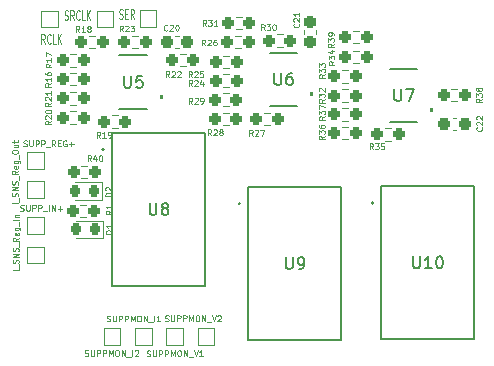
<source format=gbr>
%TF.GenerationSoftware,KiCad,Pcbnew,9.0.5*%
%TF.CreationDate,2026-01-13T21:28:18-06:00*%
%TF.ProjectId,Supplemental Monitoring PCB,53757070-6c65-46d6-956e-74616c204d6f,rev?*%
%TF.SameCoordinates,Original*%
%TF.FileFunction,Legend,Top*%
%TF.FilePolarity,Positive*%
%FSLAX46Y46*%
G04 Gerber Fmt 4.6, Leading zero omitted, Abs format (unit mm)*
G04 Created by KiCad (PCBNEW 9.0.5) date 2026-01-13 21:28:18*
%MOMM*%
%LPD*%
G01*
G04 APERTURE LIST*
G04 Aperture macros list*
%AMRoundRect*
0 Rectangle with rounded corners*
0 $1 Rounding radius*
0 $2 $3 $4 $5 $6 $7 $8 $9 X,Y pos of 4 corners*
0 Add a 4 corners polygon primitive as box body*
4,1,4,$2,$3,$4,$5,$6,$7,$8,$9,$2,$3,0*
0 Add four circle primitives for the rounded corners*
1,1,$1+$1,$2,$3*
1,1,$1+$1,$4,$5*
1,1,$1+$1,$6,$7*
1,1,$1+$1,$8,$9*
0 Add four rect primitives between the rounded corners*
20,1,$1+$1,$2,$3,$4,$5,0*
20,1,$1+$1,$4,$5,$6,$7,0*
20,1,$1+$1,$6,$7,$8,$9,0*
20,1,$1+$1,$8,$9,$2,$3,0*%
G04 Aperture macros list end*
%ADD10C,0.062500*%
%ADD11C,0.150000*%
%ADD12C,0.100000*%
%ADD13C,0.120000*%
%ADD14C,0.152400*%
%ADD15C,0.000000*%
%ADD16RoundRect,0.237500X-0.250000X-0.237500X0.250000X-0.237500X0.250000X0.237500X-0.250000X0.237500X0*%
%ADD17RoundRect,0.237500X-0.300000X-0.237500X0.300000X-0.237500X0.300000X0.237500X-0.300000X0.237500X0*%
%ADD18R,0.977900X0.304800*%
%ADD19RoundRect,0.237500X0.237500X-0.300000X0.237500X0.300000X-0.237500X0.300000X-0.237500X-0.300000X0*%
%ADD20RoundRect,0.237500X0.250000X0.237500X-0.250000X0.237500X-0.250000X-0.237500X0.250000X-0.237500X0*%
%ADD21R,1.025000X1.363996*%
%ADD22R,1.000000X1.000000*%
%ADD23RoundRect,0.218750X0.218750X0.256250X-0.218750X0.256250X-0.218750X-0.256250X0.218750X-0.256250X0*%
%ADD24C,3.600000*%
%ADD25C,6.400000*%
%ADD26C,0.850000*%
G04 APERTURE END LIST*
D10*
X148287132Y-101988437D02*
X148120466Y-101750342D01*
X148001418Y-101988437D02*
X148001418Y-101488437D01*
X148001418Y-101488437D02*
X148191894Y-101488437D01*
X148191894Y-101488437D02*
X148239513Y-101512247D01*
X148239513Y-101512247D02*
X148263323Y-101536056D01*
X148263323Y-101536056D02*
X148287132Y-101583675D01*
X148287132Y-101583675D02*
X148287132Y-101655104D01*
X148287132Y-101655104D02*
X148263323Y-101702723D01*
X148263323Y-101702723D02*
X148239513Y-101726532D01*
X148239513Y-101726532D02*
X148191894Y-101750342D01*
X148191894Y-101750342D02*
X148001418Y-101750342D01*
X148453799Y-101488437D02*
X148763323Y-101488437D01*
X148763323Y-101488437D02*
X148596656Y-101678913D01*
X148596656Y-101678913D02*
X148668085Y-101678913D01*
X148668085Y-101678913D02*
X148715704Y-101702723D01*
X148715704Y-101702723D02*
X148739513Y-101726532D01*
X148739513Y-101726532D02*
X148763323Y-101774151D01*
X148763323Y-101774151D02*
X148763323Y-101893199D01*
X148763323Y-101893199D02*
X148739513Y-101940818D01*
X148739513Y-101940818D02*
X148715704Y-101964628D01*
X148715704Y-101964628D02*
X148668085Y-101988437D01*
X148668085Y-101988437D02*
X148525228Y-101988437D01*
X148525228Y-101988437D02*
X148477609Y-101964628D01*
X148477609Y-101964628D02*
X148453799Y-101940818D01*
X149239513Y-101988437D02*
X148953799Y-101988437D01*
X149096656Y-101988437D02*
X149096656Y-101488437D01*
X149096656Y-101488437D02*
X149049037Y-101559866D01*
X149049037Y-101559866D02*
X149001418Y-101607485D01*
X149001418Y-101607485D02*
X148953799Y-101631294D01*
X145008571Y-102340440D02*
X144984762Y-102364250D01*
X144984762Y-102364250D02*
X144913333Y-102388059D01*
X144913333Y-102388059D02*
X144865714Y-102388059D01*
X144865714Y-102388059D02*
X144794286Y-102364250D01*
X144794286Y-102364250D02*
X144746667Y-102316630D01*
X144746667Y-102316630D02*
X144722857Y-102269011D01*
X144722857Y-102269011D02*
X144699048Y-102173773D01*
X144699048Y-102173773D02*
X144699048Y-102102345D01*
X144699048Y-102102345D02*
X144722857Y-102007107D01*
X144722857Y-102007107D02*
X144746667Y-101959488D01*
X144746667Y-101959488D02*
X144794286Y-101911869D01*
X144794286Y-101911869D02*
X144865714Y-101888059D01*
X144865714Y-101888059D02*
X144913333Y-101888059D01*
X144913333Y-101888059D02*
X144984762Y-101911869D01*
X144984762Y-101911869D02*
X145008571Y-101935678D01*
X145199048Y-101935678D02*
X145222857Y-101911869D01*
X145222857Y-101911869D02*
X145270476Y-101888059D01*
X145270476Y-101888059D02*
X145389524Y-101888059D01*
X145389524Y-101888059D02*
X145437143Y-101911869D01*
X145437143Y-101911869D02*
X145460952Y-101935678D01*
X145460952Y-101935678D02*
X145484762Y-101983297D01*
X145484762Y-101983297D02*
X145484762Y-102030916D01*
X145484762Y-102030916D02*
X145460952Y-102102345D01*
X145460952Y-102102345D02*
X145175238Y-102388059D01*
X145175238Y-102388059D02*
X145484762Y-102388059D01*
X145794285Y-101888059D02*
X145841904Y-101888059D01*
X145841904Y-101888059D02*
X145889523Y-101911869D01*
X145889523Y-101911869D02*
X145913333Y-101935678D01*
X145913333Y-101935678D02*
X145937142Y-101983297D01*
X145937142Y-101983297D02*
X145960952Y-102078535D01*
X145960952Y-102078535D02*
X145960952Y-102197583D01*
X145960952Y-102197583D02*
X145937142Y-102292821D01*
X145937142Y-102292821D02*
X145913333Y-102340440D01*
X145913333Y-102340440D02*
X145889523Y-102364250D01*
X145889523Y-102364250D02*
X145841904Y-102388059D01*
X145841904Y-102388059D02*
X145794285Y-102388059D01*
X145794285Y-102388059D02*
X145746666Y-102364250D01*
X145746666Y-102364250D02*
X145722857Y-102340440D01*
X145722857Y-102340440D02*
X145699047Y-102292821D01*
X145699047Y-102292821D02*
X145675238Y-102197583D01*
X145675238Y-102197583D02*
X145675238Y-102078535D01*
X145675238Y-102078535D02*
X145699047Y-101983297D01*
X145699047Y-101983297D02*
X145722857Y-101935678D01*
X145722857Y-101935678D02*
X145746666Y-101911869D01*
X145746666Y-101911869D02*
X145794285Y-101888059D01*
D11*
X164239289Y-107334913D02*
X164239289Y-108144436D01*
X164239289Y-108144436D02*
X164286908Y-108239674D01*
X164286908Y-108239674D02*
X164334527Y-108287294D01*
X164334527Y-108287294D02*
X164429765Y-108334913D01*
X164429765Y-108334913D02*
X164620241Y-108334913D01*
X164620241Y-108334913D02*
X164715479Y-108287294D01*
X164715479Y-108287294D02*
X164763098Y-108239674D01*
X164763098Y-108239674D02*
X164810717Y-108144436D01*
X164810717Y-108144436D02*
X164810717Y-107334913D01*
X165191670Y-107334913D02*
X165858336Y-107334913D01*
X165858336Y-107334913D02*
X165429765Y-108334913D01*
D10*
X156129001Y-101811806D02*
X156152811Y-101835615D01*
X156152811Y-101835615D02*
X156176620Y-101907044D01*
X156176620Y-101907044D02*
X156176620Y-101954663D01*
X156176620Y-101954663D02*
X156152811Y-102026091D01*
X156152811Y-102026091D02*
X156105191Y-102073710D01*
X156105191Y-102073710D02*
X156057572Y-102097520D01*
X156057572Y-102097520D02*
X155962334Y-102121329D01*
X155962334Y-102121329D02*
X155890906Y-102121329D01*
X155890906Y-102121329D02*
X155795668Y-102097520D01*
X155795668Y-102097520D02*
X155748049Y-102073710D01*
X155748049Y-102073710D02*
X155700430Y-102026091D01*
X155700430Y-102026091D02*
X155676620Y-101954663D01*
X155676620Y-101954663D02*
X155676620Y-101907044D01*
X155676620Y-101907044D02*
X155700430Y-101835615D01*
X155700430Y-101835615D02*
X155724239Y-101811806D01*
X155724239Y-101621329D02*
X155700430Y-101597520D01*
X155700430Y-101597520D02*
X155676620Y-101549901D01*
X155676620Y-101549901D02*
X155676620Y-101430853D01*
X155676620Y-101430853D02*
X155700430Y-101383234D01*
X155700430Y-101383234D02*
X155724239Y-101359425D01*
X155724239Y-101359425D02*
X155771858Y-101335615D01*
X155771858Y-101335615D02*
X155819477Y-101335615D01*
X155819477Y-101335615D02*
X155890906Y-101359425D01*
X155890906Y-101359425D02*
X156176620Y-101645139D01*
X156176620Y-101645139D02*
X156176620Y-101335615D01*
X156176620Y-100859425D02*
X156176620Y-101145139D01*
X156176620Y-101002282D02*
X155676620Y-101002282D01*
X155676620Y-101002282D02*
X155748049Y-101049901D01*
X155748049Y-101049901D02*
X155795668Y-101097520D01*
X155795668Y-101097520D02*
X155819477Y-101145139D01*
X138558571Y-113448059D02*
X138391905Y-113209964D01*
X138272857Y-113448059D02*
X138272857Y-112948059D01*
X138272857Y-112948059D02*
X138463333Y-112948059D01*
X138463333Y-112948059D02*
X138510952Y-112971869D01*
X138510952Y-112971869D02*
X138534762Y-112995678D01*
X138534762Y-112995678D02*
X138558571Y-113043297D01*
X138558571Y-113043297D02*
X138558571Y-113114726D01*
X138558571Y-113114726D02*
X138534762Y-113162345D01*
X138534762Y-113162345D02*
X138510952Y-113186154D01*
X138510952Y-113186154D02*
X138463333Y-113209964D01*
X138463333Y-113209964D02*
X138272857Y-113209964D01*
X138987143Y-113114726D02*
X138987143Y-113448059D01*
X138868095Y-112924250D02*
X138749048Y-113281392D01*
X138749048Y-113281392D02*
X139058571Y-113281392D01*
X139344285Y-112948059D02*
X139391904Y-112948059D01*
X139391904Y-112948059D02*
X139439523Y-112971869D01*
X139439523Y-112971869D02*
X139463333Y-112995678D01*
X139463333Y-112995678D02*
X139487142Y-113043297D01*
X139487142Y-113043297D02*
X139510952Y-113138535D01*
X139510952Y-113138535D02*
X139510952Y-113257583D01*
X139510952Y-113257583D02*
X139487142Y-113352821D01*
X139487142Y-113352821D02*
X139463333Y-113400440D01*
X139463333Y-113400440D02*
X139439523Y-113424250D01*
X139439523Y-113424250D02*
X139391904Y-113448059D01*
X139391904Y-113448059D02*
X139344285Y-113448059D01*
X139344285Y-113448059D02*
X139296666Y-113424250D01*
X139296666Y-113424250D02*
X139272857Y-113400440D01*
X139272857Y-113400440D02*
X139249047Y-113352821D01*
X139249047Y-113352821D02*
X139225238Y-113257583D01*
X139225238Y-113257583D02*
X139225238Y-113138535D01*
X139225238Y-113138535D02*
X139249047Y-113043297D01*
X139249047Y-113043297D02*
X139272857Y-112995678D01*
X139272857Y-112995678D02*
X139296666Y-112971869D01*
X139296666Y-112971869D02*
X139344285Y-112948059D01*
X147098571Y-106328059D02*
X146931905Y-106089964D01*
X146812857Y-106328059D02*
X146812857Y-105828059D01*
X146812857Y-105828059D02*
X147003333Y-105828059D01*
X147003333Y-105828059D02*
X147050952Y-105851869D01*
X147050952Y-105851869D02*
X147074762Y-105875678D01*
X147074762Y-105875678D02*
X147098571Y-105923297D01*
X147098571Y-105923297D02*
X147098571Y-105994726D01*
X147098571Y-105994726D02*
X147074762Y-106042345D01*
X147074762Y-106042345D02*
X147050952Y-106066154D01*
X147050952Y-106066154D02*
X147003333Y-106089964D01*
X147003333Y-106089964D02*
X146812857Y-106089964D01*
X147289048Y-105875678D02*
X147312857Y-105851869D01*
X147312857Y-105851869D02*
X147360476Y-105828059D01*
X147360476Y-105828059D02*
X147479524Y-105828059D01*
X147479524Y-105828059D02*
X147527143Y-105851869D01*
X147527143Y-105851869D02*
X147550952Y-105875678D01*
X147550952Y-105875678D02*
X147574762Y-105923297D01*
X147574762Y-105923297D02*
X147574762Y-105970916D01*
X147574762Y-105970916D02*
X147550952Y-106042345D01*
X147550952Y-106042345D02*
X147265238Y-106328059D01*
X147265238Y-106328059D02*
X147574762Y-106328059D01*
X148027142Y-105828059D02*
X147789047Y-105828059D01*
X147789047Y-105828059D02*
X147765238Y-106066154D01*
X147765238Y-106066154D02*
X147789047Y-106042345D01*
X147789047Y-106042345D02*
X147836666Y-106018535D01*
X147836666Y-106018535D02*
X147955714Y-106018535D01*
X147955714Y-106018535D02*
X148003333Y-106042345D01*
X148003333Y-106042345D02*
X148027142Y-106066154D01*
X148027142Y-106066154D02*
X148050952Y-106113773D01*
X148050952Y-106113773D02*
X148050952Y-106232821D01*
X148050952Y-106232821D02*
X148027142Y-106280440D01*
X148027142Y-106280440D02*
X148003333Y-106304250D01*
X148003333Y-106304250D02*
X147955714Y-106328059D01*
X147955714Y-106328059D02*
X147836666Y-106328059D01*
X147836666Y-106328059D02*
X147789047Y-106304250D01*
X147789047Y-106304250D02*
X147765238Y-106280440D01*
X152227132Y-111278437D02*
X152060466Y-111040342D01*
X151941418Y-111278437D02*
X151941418Y-110778437D01*
X151941418Y-110778437D02*
X152131894Y-110778437D01*
X152131894Y-110778437D02*
X152179513Y-110802247D01*
X152179513Y-110802247D02*
X152203323Y-110826056D01*
X152203323Y-110826056D02*
X152227132Y-110873675D01*
X152227132Y-110873675D02*
X152227132Y-110945104D01*
X152227132Y-110945104D02*
X152203323Y-110992723D01*
X152203323Y-110992723D02*
X152179513Y-111016532D01*
X152179513Y-111016532D02*
X152131894Y-111040342D01*
X152131894Y-111040342D02*
X151941418Y-111040342D01*
X152417609Y-110826056D02*
X152441418Y-110802247D01*
X152441418Y-110802247D02*
X152489037Y-110778437D01*
X152489037Y-110778437D02*
X152608085Y-110778437D01*
X152608085Y-110778437D02*
X152655704Y-110802247D01*
X152655704Y-110802247D02*
X152679513Y-110826056D01*
X152679513Y-110826056D02*
X152703323Y-110873675D01*
X152703323Y-110873675D02*
X152703323Y-110921294D01*
X152703323Y-110921294D02*
X152679513Y-110992723D01*
X152679513Y-110992723D02*
X152393799Y-111278437D01*
X152393799Y-111278437D02*
X152703323Y-111278437D01*
X152869989Y-110778437D02*
X153203322Y-110778437D01*
X153203322Y-110778437D02*
X152989037Y-111278437D01*
X137558571Y-102508059D02*
X137391905Y-102269964D01*
X137272857Y-102508059D02*
X137272857Y-102008059D01*
X137272857Y-102008059D02*
X137463333Y-102008059D01*
X137463333Y-102008059D02*
X137510952Y-102031869D01*
X137510952Y-102031869D02*
X137534762Y-102055678D01*
X137534762Y-102055678D02*
X137558571Y-102103297D01*
X137558571Y-102103297D02*
X137558571Y-102174726D01*
X137558571Y-102174726D02*
X137534762Y-102222345D01*
X137534762Y-102222345D02*
X137510952Y-102246154D01*
X137510952Y-102246154D02*
X137463333Y-102269964D01*
X137463333Y-102269964D02*
X137272857Y-102269964D01*
X138034762Y-102508059D02*
X137749048Y-102508059D01*
X137891905Y-102508059D02*
X137891905Y-102008059D01*
X137891905Y-102008059D02*
X137844286Y-102079488D01*
X137844286Y-102079488D02*
X137796667Y-102127107D01*
X137796667Y-102127107D02*
X137749048Y-102150916D01*
X138320476Y-102222345D02*
X138272857Y-102198535D01*
X138272857Y-102198535D02*
X138249047Y-102174726D01*
X138249047Y-102174726D02*
X138225238Y-102127107D01*
X138225238Y-102127107D02*
X138225238Y-102103297D01*
X138225238Y-102103297D02*
X138249047Y-102055678D01*
X138249047Y-102055678D02*
X138272857Y-102031869D01*
X138272857Y-102031869D02*
X138320476Y-102008059D01*
X138320476Y-102008059D02*
X138415714Y-102008059D01*
X138415714Y-102008059D02*
X138463333Y-102031869D01*
X138463333Y-102031869D02*
X138487142Y-102055678D01*
X138487142Y-102055678D02*
X138510952Y-102103297D01*
X138510952Y-102103297D02*
X138510952Y-102127107D01*
X138510952Y-102127107D02*
X138487142Y-102174726D01*
X138487142Y-102174726D02*
X138463333Y-102198535D01*
X138463333Y-102198535D02*
X138415714Y-102222345D01*
X138415714Y-102222345D02*
X138320476Y-102222345D01*
X138320476Y-102222345D02*
X138272857Y-102246154D01*
X138272857Y-102246154D02*
X138249047Y-102269964D01*
X138249047Y-102269964D02*
X138225238Y-102317583D01*
X138225238Y-102317583D02*
X138225238Y-102412821D01*
X138225238Y-102412821D02*
X138249047Y-102460440D01*
X138249047Y-102460440D02*
X138272857Y-102484250D01*
X138272857Y-102484250D02*
X138320476Y-102508059D01*
X138320476Y-102508059D02*
X138415714Y-102508059D01*
X138415714Y-102508059D02*
X138463333Y-102484250D01*
X138463333Y-102484250D02*
X138487142Y-102460440D01*
X138487142Y-102460440D02*
X138510952Y-102412821D01*
X138510952Y-102412821D02*
X138510952Y-102317583D01*
X138510952Y-102317583D02*
X138487142Y-102269964D01*
X138487142Y-102269964D02*
X138463333Y-102246154D01*
X138463333Y-102246154D02*
X138415714Y-102222345D01*
D11*
X155048095Y-121574819D02*
X155048095Y-122384342D01*
X155048095Y-122384342D02*
X155095714Y-122479580D01*
X155095714Y-122479580D02*
X155143333Y-122527200D01*
X155143333Y-122527200D02*
X155238571Y-122574819D01*
X155238571Y-122574819D02*
X155429047Y-122574819D01*
X155429047Y-122574819D02*
X155524285Y-122527200D01*
X155524285Y-122527200D02*
X155571904Y-122479580D01*
X155571904Y-122479580D02*
X155619523Y-122384342D01*
X155619523Y-122384342D02*
X155619523Y-121574819D01*
X156143333Y-122574819D02*
X156333809Y-122574819D01*
X156333809Y-122574819D02*
X156429047Y-122527200D01*
X156429047Y-122527200D02*
X156476666Y-122479580D01*
X156476666Y-122479580D02*
X156571904Y-122336723D01*
X156571904Y-122336723D02*
X156619523Y-122146247D01*
X156619523Y-122146247D02*
X156619523Y-121765295D01*
X156619523Y-121765295D02*
X156571904Y-121670057D01*
X156571904Y-121670057D02*
X156524285Y-121622438D01*
X156524285Y-121622438D02*
X156429047Y-121574819D01*
X156429047Y-121574819D02*
X156238571Y-121574819D01*
X156238571Y-121574819D02*
X156143333Y-121622438D01*
X156143333Y-121622438D02*
X156095714Y-121670057D01*
X156095714Y-121670057D02*
X156048095Y-121765295D01*
X156048095Y-121765295D02*
X156048095Y-122003390D01*
X156048095Y-122003390D02*
X156095714Y-122098628D01*
X156095714Y-122098628D02*
X156143333Y-122146247D01*
X156143333Y-122146247D02*
X156238571Y-122193866D01*
X156238571Y-122193866D02*
X156429047Y-122193866D01*
X156429047Y-122193866D02*
X156524285Y-122146247D01*
X156524285Y-122146247D02*
X156571904Y-122098628D01*
X156571904Y-122098628D02*
X156619523Y-122003390D01*
D12*
X140940953Y-101326800D02*
X141012381Y-101364895D01*
X141012381Y-101364895D02*
X141131429Y-101364895D01*
X141131429Y-101364895D02*
X141179048Y-101326800D01*
X141179048Y-101326800D02*
X141202857Y-101288704D01*
X141202857Y-101288704D02*
X141226667Y-101212514D01*
X141226667Y-101212514D02*
X141226667Y-101136323D01*
X141226667Y-101136323D02*
X141202857Y-101060133D01*
X141202857Y-101060133D02*
X141179048Y-101022038D01*
X141179048Y-101022038D02*
X141131429Y-100983942D01*
X141131429Y-100983942D02*
X141036191Y-100945847D01*
X141036191Y-100945847D02*
X140988572Y-100907752D01*
X140988572Y-100907752D02*
X140964762Y-100869657D01*
X140964762Y-100869657D02*
X140940953Y-100793466D01*
X140940953Y-100793466D02*
X140940953Y-100717276D01*
X140940953Y-100717276D02*
X140964762Y-100641085D01*
X140964762Y-100641085D02*
X140988572Y-100602990D01*
X140988572Y-100602990D02*
X141036191Y-100564895D01*
X141036191Y-100564895D02*
X141155238Y-100564895D01*
X141155238Y-100564895D02*
X141226667Y-100602990D01*
X141440952Y-100945847D02*
X141607619Y-100945847D01*
X141679047Y-101364895D02*
X141440952Y-101364895D01*
X141440952Y-101364895D02*
X141440952Y-100564895D01*
X141440952Y-100564895D02*
X141679047Y-100564895D01*
X142179047Y-101364895D02*
X142012381Y-100983942D01*
X141893333Y-101364895D02*
X141893333Y-100564895D01*
X141893333Y-100564895D02*
X142083809Y-100564895D01*
X142083809Y-100564895D02*
X142131428Y-100602990D01*
X142131428Y-100602990D02*
X142155238Y-100641085D01*
X142155238Y-100641085D02*
X142179047Y-100717276D01*
X142179047Y-100717276D02*
X142179047Y-100831561D01*
X142179047Y-100831561D02*
X142155238Y-100907752D01*
X142155238Y-100907752D02*
X142131428Y-100945847D01*
X142131428Y-100945847D02*
X142083809Y-100983942D01*
X142083809Y-100983942D02*
X141893333Y-100983942D01*
D10*
X158346203Y-109641711D02*
X158108108Y-109808377D01*
X158346203Y-109927425D02*
X157846203Y-109927425D01*
X157846203Y-109927425D02*
X157846203Y-109736949D01*
X157846203Y-109736949D02*
X157870013Y-109689330D01*
X157870013Y-109689330D02*
X157893822Y-109665520D01*
X157893822Y-109665520D02*
X157941441Y-109641711D01*
X157941441Y-109641711D02*
X158012870Y-109641711D01*
X158012870Y-109641711D02*
X158060489Y-109665520D01*
X158060489Y-109665520D02*
X158084298Y-109689330D01*
X158084298Y-109689330D02*
X158108108Y-109736949D01*
X158108108Y-109736949D02*
X158108108Y-109927425D01*
X157846203Y-109475044D02*
X157846203Y-109165520D01*
X157846203Y-109165520D02*
X158036679Y-109332187D01*
X158036679Y-109332187D02*
X158036679Y-109260758D01*
X158036679Y-109260758D02*
X158060489Y-109213139D01*
X158060489Y-109213139D02*
X158084298Y-109189330D01*
X158084298Y-109189330D02*
X158131917Y-109165520D01*
X158131917Y-109165520D02*
X158250965Y-109165520D01*
X158250965Y-109165520D02*
X158298584Y-109189330D01*
X158298584Y-109189330D02*
X158322394Y-109213139D01*
X158322394Y-109213139D02*
X158346203Y-109260758D01*
X158346203Y-109260758D02*
X158346203Y-109403615D01*
X158346203Y-109403615D02*
X158322394Y-109451234D01*
X158322394Y-109451234D02*
X158298584Y-109475044D01*
X157846203Y-108998854D02*
X157846203Y-108665521D01*
X157846203Y-108665521D02*
X158346203Y-108879806D01*
X132829048Y-112164250D02*
X132900476Y-112188059D01*
X132900476Y-112188059D02*
X133019524Y-112188059D01*
X133019524Y-112188059D02*
X133067143Y-112164250D01*
X133067143Y-112164250D02*
X133090952Y-112140440D01*
X133090952Y-112140440D02*
X133114762Y-112092821D01*
X133114762Y-112092821D02*
X133114762Y-112045202D01*
X133114762Y-112045202D02*
X133090952Y-111997583D01*
X133090952Y-111997583D02*
X133067143Y-111973773D01*
X133067143Y-111973773D02*
X133019524Y-111949964D01*
X133019524Y-111949964D02*
X132924286Y-111926154D01*
X132924286Y-111926154D02*
X132876667Y-111902345D01*
X132876667Y-111902345D02*
X132852857Y-111878535D01*
X132852857Y-111878535D02*
X132829048Y-111830916D01*
X132829048Y-111830916D02*
X132829048Y-111783297D01*
X132829048Y-111783297D02*
X132852857Y-111735678D01*
X132852857Y-111735678D02*
X132876667Y-111711869D01*
X132876667Y-111711869D02*
X132924286Y-111688059D01*
X132924286Y-111688059D02*
X133043333Y-111688059D01*
X133043333Y-111688059D02*
X133114762Y-111711869D01*
X133329047Y-111688059D02*
X133329047Y-112092821D01*
X133329047Y-112092821D02*
X133352857Y-112140440D01*
X133352857Y-112140440D02*
X133376666Y-112164250D01*
X133376666Y-112164250D02*
X133424285Y-112188059D01*
X133424285Y-112188059D02*
X133519523Y-112188059D01*
X133519523Y-112188059D02*
X133567142Y-112164250D01*
X133567142Y-112164250D02*
X133590952Y-112140440D01*
X133590952Y-112140440D02*
X133614761Y-112092821D01*
X133614761Y-112092821D02*
X133614761Y-111688059D01*
X133852857Y-112188059D02*
X133852857Y-111688059D01*
X133852857Y-111688059D02*
X134043333Y-111688059D01*
X134043333Y-111688059D02*
X134090952Y-111711869D01*
X134090952Y-111711869D02*
X134114762Y-111735678D01*
X134114762Y-111735678D02*
X134138571Y-111783297D01*
X134138571Y-111783297D02*
X134138571Y-111854726D01*
X134138571Y-111854726D02*
X134114762Y-111902345D01*
X134114762Y-111902345D02*
X134090952Y-111926154D01*
X134090952Y-111926154D02*
X134043333Y-111949964D01*
X134043333Y-111949964D02*
X133852857Y-111949964D01*
X134352857Y-112188059D02*
X134352857Y-111688059D01*
X134352857Y-111688059D02*
X134543333Y-111688059D01*
X134543333Y-111688059D02*
X134590952Y-111711869D01*
X134590952Y-111711869D02*
X134614762Y-111735678D01*
X134614762Y-111735678D02*
X134638571Y-111783297D01*
X134638571Y-111783297D02*
X134638571Y-111854726D01*
X134638571Y-111854726D02*
X134614762Y-111902345D01*
X134614762Y-111902345D02*
X134590952Y-111926154D01*
X134590952Y-111926154D02*
X134543333Y-111949964D01*
X134543333Y-111949964D02*
X134352857Y-111949964D01*
X134733810Y-112235678D02*
X135114762Y-112235678D01*
X135519523Y-112188059D02*
X135352857Y-111949964D01*
X135233809Y-112188059D02*
X135233809Y-111688059D01*
X135233809Y-111688059D02*
X135424285Y-111688059D01*
X135424285Y-111688059D02*
X135471904Y-111711869D01*
X135471904Y-111711869D02*
X135495714Y-111735678D01*
X135495714Y-111735678D02*
X135519523Y-111783297D01*
X135519523Y-111783297D02*
X135519523Y-111854726D01*
X135519523Y-111854726D02*
X135495714Y-111902345D01*
X135495714Y-111902345D02*
X135471904Y-111926154D01*
X135471904Y-111926154D02*
X135424285Y-111949964D01*
X135424285Y-111949964D02*
X135233809Y-111949964D01*
X135733809Y-111926154D02*
X135900476Y-111926154D01*
X135971904Y-112188059D02*
X135733809Y-112188059D01*
X135733809Y-112188059D02*
X135733809Y-111688059D01*
X135733809Y-111688059D02*
X135971904Y-111688059D01*
X136448095Y-111711869D02*
X136400476Y-111688059D01*
X136400476Y-111688059D02*
X136329047Y-111688059D01*
X136329047Y-111688059D02*
X136257619Y-111711869D01*
X136257619Y-111711869D02*
X136210000Y-111759488D01*
X136210000Y-111759488D02*
X136186190Y-111807107D01*
X136186190Y-111807107D02*
X136162381Y-111902345D01*
X136162381Y-111902345D02*
X136162381Y-111973773D01*
X136162381Y-111973773D02*
X136186190Y-112069011D01*
X136186190Y-112069011D02*
X136210000Y-112116630D01*
X136210000Y-112116630D02*
X136257619Y-112164250D01*
X136257619Y-112164250D02*
X136329047Y-112188059D01*
X136329047Y-112188059D02*
X136376666Y-112188059D01*
X136376666Y-112188059D02*
X136448095Y-112164250D01*
X136448095Y-112164250D02*
X136471904Y-112140440D01*
X136471904Y-112140440D02*
X136471904Y-111973773D01*
X136471904Y-111973773D02*
X136376666Y-111973773D01*
X136686190Y-111997583D02*
X137067143Y-111997583D01*
X136876666Y-112188059D02*
X136876666Y-111807107D01*
X135158059Y-108481428D02*
X134919964Y-108648094D01*
X135158059Y-108767142D02*
X134658059Y-108767142D01*
X134658059Y-108767142D02*
X134658059Y-108576666D01*
X134658059Y-108576666D02*
X134681869Y-108529047D01*
X134681869Y-108529047D02*
X134705678Y-108505237D01*
X134705678Y-108505237D02*
X134753297Y-108481428D01*
X134753297Y-108481428D02*
X134824726Y-108481428D01*
X134824726Y-108481428D02*
X134872345Y-108505237D01*
X134872345Y-108505237D02*
X134896154Y-108529047D01*
X134896154Y-108529047D02*
X134919964Y-108576666D01*
X134919964Y-108576666D02*
X134919964Y-108767142D01*
X134705678Y-108290951D02*
X134681869Y-108267142D01*
X134681869Y-108267142D02*
X134658059Y-108219523D01*
X134658059Y-108219523D02*
X134658059Y-108100475D01*
X134658059Y-108100475D02*
X134681869Y-108052856D01*
X134681869Y-108052856D02*
X134705678Y-108029047D01*
X134705678Y-108029047D02*
X134753297Y-108005237D01*
X134753297Y-108005237D02*
X134800916Y-108005237D01*
X134800916Y-108005237D02*
X134872345Y-108029047D01*
X134872345Y-108029047D02*
X135158059Y-108314761D01*
X135158059Y-108314761D02*
X135158059Y-108005237D01*
X135158059Y-107529047D02*
X135158059Y-107814761D01*
X135158059Y-107671904D02*
X134658059Y-107671904D01*
X134658059Y-107671904D02*
X134729488Y-107719523D01*
X134729488Y-107719523D02*
X134777107Y-107767142D01*
X134777107Y-107767142D02*
X134800916Y-107814761D01*
X171638059Y-108161428D02*
X171399964Y-108328094D01*
X171638059Y-108447142D02*
X171138059Y-108447142D01*
X171138059Y-108447142D02*
X171138059Y-108256666D01*
X171138059Y-108256666D02*
X171161869Y-108209047D01*
X171161869Y-108209047D02*
X171185678Y-108185237D01*
X171185678Y-108185237D02*
X171233297Y-108161428D01*
X171233297Y-108161428D02*
X171304726Y-108161428D01*
X171304726Y-108161428D02*
X171352345Y-108185237D01*
X171352345Y-108185237D02*
X171376154Y-108209047D01*
X171376154Y-108209047D02*
X171399964Y-108256666D01*
X171399964Y-108256666D02*
X171399964Y-108447142D01*
X171138059Y-107994761D02*
X171138059Y-107685237D01*
X171138059Y-107685237D02*
X171328535Y-107851904D01*
X171328535Y-107851904D02*
X171328535Y-107780475D01*
X171328535Y-107780475D02*
X171352345Y-107732856D01*
X171352345Y-107732856D02*
X171376154Y-107709047D01*
X171376154Y-107709047D02*
X171423773Y-107685237D01*
X171423773Y-107685237D02*
X171542821Y-107685237D01*
X171542821Y-107685237D02*
X171590440Y-107709047D01*
X171590440Y-107709047D02*
X171614250Y-107732856D01*
X171614250Y-107732856D02*
X171638059Y-107780475D01*
X171638059Y-107780475D02*
X171638059Y-107923332D01*
X171638059Y-107923332D02*
X171614250Y-107970951D01*
X171614250Y-107970951D02*
X171590440Y-107994761D01*
X171352345Y-107399523D02*
X171328535Y-107447142D01*
X171328535Y-107447142D02*
X171304726Y-107470952D01*
X171304726Y-107470952D02*
X171257107Y-107494761D01*
X171257107Y-107494761D02*
X171233297Y-107494761D01*
X171233297Y-107494761D02*
X171185678Y-107470952D01*
X171185678Y-107470952D02*
X171161869Y-107447142D01*
X171161869Y-107447142D02*
X171138059Y-107399523D01*
X171138059Y-107399523D02*
X171138059Y-107304285D01*
X171138059Y-107304285D02*
X171161869Y-107256666D01*
X171161869Y-107256666D02*
X171185678Y-107232857D01*
X171185678Y-107232857D02*
X171233297Y-107209047D01*
X171233297Y-107209047D02*
X171257107Y-107209047D01*
X171257107Y-107209047D02*
X171304726Y-107232857D01*
X171304726Y-107232857D02*
X171328535Y-107256666D01*
X171328535Y-107256666D02*
X171352345Y-107304285D01*
X171352345Y-107304285D02*
X171352345Y-107399523D01*
X171352345Y-107399523D02*
X171376154Y-107447142D01*
X171376154Y-107447142D02*
X171399964Y-107470952D01*
X171399964Y-107470952D02*
X171447583Y-107494761D01*
X171447583Y-107494761D02*
X171542821Y-107494761D01*
X171542821Y-107494761D02*
X171590440Y-107470952D01*
X171590440Y-107470952D02*
X171614250Y-107447142D01*
X171614250Y-107447142D02*
X171638059Y-107399523D01*
X171638059Y-107399523D02*
X171638059Y-107304285D01*
X171638059Y-107304285D02*
X171614250Y-107256666D01*
X171614250Y-107256666D02*
X171590440Y-107232857D01*
X171590440Y-107232857D02*
X171542821Y-107209047D01*
X171542821Y-107209047D02*
X171447583Y-107209047D01*
X171447583Y-107209047D02*
X171399964Y-107232857D01*
X171399964Y-107232857D02*
X171376154Y-107256666D01*
X171376154Y-107256666D02*
X171352345Y-107304285D01*
X140263059Y-116399047D02*
X139763059Y-116399047D01*
X139763059Y-116399047D02*
X139763059Y-116279999D01*
X139763059Y-116279999D02*
X139786869Y-116208571D01*
X139786869Y-116208571D02*
X139834488Y-116160952D01*
X139834488Y-116160952D02*
X139882107Y-116137142D01*
X139882107Y-116137142D02*
X139977345Y-116113333D01*
X139977345Y-116113333D02*
X140048773Y-116113333D01*
X140048773Y-116113333D02*
X140144011Y-116137142D01*
X140144011Y-116137142D02*
X140191630Y-116160952D01*
X140191630Y-116160952D02*
X140239250Y-116208571D01*
X140239250Y-116208571D02*
X140263059Y-116279999D01*
X140263059Y-116279999D02*
X140263059Y-116399047D01*
X139810678Y-115922856D02*
X139786869Y-115899047D01*
X139786869Y-115899047D02*
X139763059Y-115851428D01*
X139763059Y-115851428D02*
X139763059Y-115732380D01*
X139763059Y-115732380D02*
X139786869Y-115684761D01*
X139786869Y-115684761D02*
X139810678Y-115660952D01*
X139810678Y-115660952D02*
X139858297Y-115637142D01*
X139858297Y-115637142D02*
X139905916Y-115637142D01*
X139905916Y-115637142D02*
X139977345Y-115660952D01*
X139977345Y-115660952D02*
X140263059Y-115946666D01*
X140263059Y-115946666D02*
X140263059Y-115637142D01*
D11*
X165821905Y-121504819D02*
X165821905Y-122314342D01*
X165821905Y-122314342D02*
X165869524Y-122409580D01*
X165869524Y-122409580D02*
X165917143Y-122457200D01*
X165917143Y-122457200D02*
X166012381Y-122504819D01*
X166012381Y-122504819D02*
X166202857Y-122504819D01*
X166202857Y-122504819D02*
X166298095Y-122457200D01*
X166298095Y-122457200D02*
X166345714Y-122409580D01*
X166345714Y-122409580D02*
X166393333Y-122314342D01*
X166393333Y-122314342D02*
X166393333Y-121504819D01*
X167393333Y-122504819D02*
X166821905Y-122504819D01*
X167107619Y-122504819D02*
X167107619Y-121504819D01*
X167107619Y-121504819D02*
X167012381Y-121647676D01*
X167012381Y-121647676D02*
X166917143Y-121742914D01*
X166917143Y-121742914D02*
X166821905Y-121790533D01*
X168012381Y-121504819D02*
X168107619Y-121504819D01*
X168107619Y-121504819D02*
X168202857Y-121552438D01*
X168202857Y-121552438D02*
X168250476Y-121600057D01*
X168250476Y-121600057D02*
X168298095Y-121695295D01*
X168298095Y-121695295D02*
X168345714Y-121885771D01*
X168345714Y-121885771D02*
X168345714Y-122123866D01*
X168345714Y-122123866D02*
X168298095Y-122314342D01*
X168298095Y-122314342D02*
X168250476Y-122409580D01*
X168250476Y-122409580D02*
X168202857Y-122457200D01*
X168202857Y-122457200D02*
X168107619Y-122504819D01*
X168107619Y-122504819D02*
X168012381Y-122504819D01*
X168012381Y-122504819D02*
X167917143Y-122457200D01*
X167917143Y-122457200D02*
X167869524Y-122409580D01*
X167869524Y-122409580D02*
X167821905Y-122314342D01*
X167821905Y-122314342D02*
X167774286Y-122123866D01*
X167774286Y-122123866D02*
X167774286Y-121885771D01*
X167774286Y-121885771D02*
X167821905Y-121695295D01*
X167821905Y-121695295D02*
X167869524Y-121600057D01*
X167869524Y-121600057D02*
X167917143Y-121552438D01*
X167917143Y-121552438D02*
X168012381Y-121504819D01*
D10*
X140288059Y-117633333D02*
X140049964Y-117799999D01*
X140288059Y-117919047D02*
X139788059Y-117919047D01*
X139788059Y-117919047D02*
X139788059Y-117728571D01*
X139788059Y-117728571D02*
X139811869Y-117680952D01*
X139811869Y-117680952D02*
X139835678Y-117657142D01*
X139835678Y-117657142D02*
X139883297Y-117633333D01*
X139883297Y-117633333D02*
X139954726Y-117633333D01*
X139954726Y-117633333D02*
X140002345Y-117657142D01*
X140002345Y-117657142D02*
X140026154Y-117680952D01*
X140026154Y-117680952D02*
X140049964Y-117728571D01*
X140049964Y-117728571D02*
X140049964Y-117919047D01*
X140288059Y-117157142D02*
X140288059Y-117442856D01*
X140288059Y-117299999D02*
X139788059Y-117299999D01*
X139788059Y-117299999D02*
X139859488Y-117347618D01*
X139859488Y-117347618D02*
X139907107Y-117395237D01*
X139907107Y-117395237D02*
X139930916Y-117442856D01*
D11*
X154079706Y-105974882D02*
X154079706Y-106784405D01*
X154079706Y-106784405D02*
X154127325Y-106879643D01*
X154127325Y-106879643D02*
X154174944Y-106927263D01*
X154174944Y-106927263D02*
X154270182Y-106974882D01*
X154270182Y-106974882D02*
X154460658Y-106974882D01*
X154460658Y-106974882D02*
X154555896Y-106927263D01*
X154555896Y-106927263D02*
X154603515Y-106879643D01*
X154603515Y-106879643D02*
X154651134Y-106784405D01*
X154651134Y-106784405D02*
X154651134Y-105974882D01*
X155555896Y-105974882D02*
X155365420Y-105974882D01*
X155365420Y-105974882D02*
X155270182Y-106022501D01*
X155270182Y-106022501D02*
X155222563Y-106070120D01*
X155222563Y-106070120D02*
X155127325Y-106212977D01*
X155127325Y-106212977D02*
X155079706Y-106403453D01*
X155079706Y-106403453D02*
X155079706Y-106784405D01*
X155079706Y-106784405D02*
X155127325Y-106879643D01*
X155127325Y-106879643D02*
X155174944Y-106927263D01*
X155174944Y-106927263D02*
X155270182Y-106974882D01*
X155270182Y-106974882D02*
X155460658Y-106974882D01*
X155460658Y-106974882D02*
X155555896Y-106927263D01*
X155555896Y-106927263D02*
X155603515Y-106879643D01*
X155603515Y-106879643D02*
X155651134Y-106784405D01*
X155651134Y-106784405D02*
X155651134Y-106546310D01*
X155651134Y-106546310D02*
X155603515Y-106451072D01*
X155603515Y-106451072D02*
X155555896Y-106403453D01*
X155555896Y-106403453D02*
X155460658Y-106355834D01*
X155460658Y-106355834D02*
X155270182Y-106355834D01*
X155270182Y-106355834D02*
X155174944Y-106403453D01*
X155174944Y-106403453D02*
X155127325Y-106451072D01*
X155127325Y-106451072D02*
X155079706Y-106546310D01*
D10*
X139878095Y-126994250D02*
X139949523Y-127018059D01*
X139949523Y-127018059D02*
X140068571Y-127018059D01*
X140068571Y-127018059D02*
X140116190Y-126994250D01*
X140116190Y-126994250D02*
X140139999Y-126970440D01*
X140139999Y-126970440D02*
X140163809Y-126922821D01*
X140163809Y-126922821D02*
X140163809Y-126875202D01*
X140163809Y-126875202D02*
X140139999Y-126827583D01*
X140139999Y-126827583D02*
X140116190Y-126803773D01*
X140116190Y-126803773D02*
X140068571Y-126779964D01*
X140068571Y-126779964D02*
X139973333Y-126756154D01*
X139973333Y-126756154D02*
X139925714Y-126732345D01*
X139925714Y-126732345D02*
X139901904Y-126708535D01*
X139901904Y-126708535D02*
X139878095Y-126660916D01*
X139878095Y-126660916D02*
X139878095Y-126613297D01*
X139878095Y-126613297D02*
X139901904Y-126565678D01*
X139901904Y-126565678D02*
X139925714Y-126541869D01*
X139925714Y-126541869D02*
X139973333Y-126518059D01*
X139973333Y-126518059D02*
X140092380Y-126518059D01*
X140092380Y-126518059D02*
X140163809Y-126541869D01*
X140378094Y-126518059D02*
X140378094Y-126922821D01*
X140378094Y-126922821D02*
X140401904Y-126970440D01*
X140401904Y-126970440D02*
X140425713Y-126994250D01*
X140425713Y-126994250D02*
X140473332Y-127018059D01*
X140473332Y-127018059D02*
X140568570Y-127018059D01*
X140568570Y-127018059D02*
X140616189Y-126994250D01*
X140616189Y-126994250D02*
X140639999Y-126970440D01*
X140639999Y-126970440D02*
X140663808Y-126922821D01*
X140663808Y-126922821D02*
X140663808Y-126518059D01*
X140901904Y-127018059D02*
X140901904Y-126518059D01*
X140901904Y-126518059D02*
X141092380Y-126518059D01*
X141092380Y-126518059D02*
X141139999Y-126541869D01*
X141139999Y-126541869D02*
X141163809Y-126565678D01*
X141163809Y-126565678D02*
X141187618Y-126613297D01*
X141187618Y-126613297D02*
X141187618Y-126684726D01*
X141187618Y-126684726D02*
X141163809Y-126732345D01*
X141163809Y-126732345D02*
X141139999Y-126756154D01*
X141139999Y-126756154D02*
X141092380Y-126779964D01*
X141092380Y-126779964D02*
X140901904Y-126779964D01*
X141401904Y-127018059D02*
X141401904Y-126518059D01*
X141401904Y-126518059D02*
X141592380Y-126518059D01*
X141592380Y-126518059D02*
X141639999Y-126541869D01*
X141639999Y-126541869D02*
X141663809Y-126565678D01*
X141663809Y-126565678D02*
X141687618Y-126613297D01*
X141687618Y-126613297D02*
X141687618Y-126684726D01*
X141687618Y-126684726D02*
X141663809Y-126732345D01*
X141663809Y-126732345D02*
X141639999Y-126756154D01*
X141639999Y-126756154D02*
X141592380Y-126779964D01*
X141592380Y-126779964D02*
X141401904Y-126779964D01*
X141901904Y-127018059D02*
X141901904Y-126518059D01*
X141901904Y-126518059D02*
X142068571Y-126875202D01*
X142068571Y-126875202D02*
X142235237Y-126518059D01*
X142235237Y-126518059D02*
X142235237Y-127018059D01*
X142568571Y-126518059D02*
X142663809Y-126518059D01*
X142663809Y-126518059D02*
X142711428Y-126541869D01*
X142711428Y-126541869D02*
X142759047Y-126589488D01*
X142759047Y-126589488D02*
X142782857Y-126684726D01*
X142782857Y-126684726D02*
X142782857Y-126851392D01*
X142782857Y-126851392D02*
X142759047Y-126946630D01*
X142759047Y-126946630D02*
X142711428Y-126994250D01*
X142711428Y-126994250D02*
X142663809Y-127018059D01*
X142663809Y-127018059D02*
X142568571Y-127018059D01*
X142568571Y-127018059D02*
X142520952Y-126994250D01*
X142520952Y-126994250D02*
X142473333Y-126946630D01*
X142473333Y-126946630D02*
X142449524Y-126851392D01*
X142449524Y-126851392D02*
X142449524Y-126684726D01*
X142449524Y-126684726D02*
X142473333Y-126589488D01*
X142473333Y-126589488D02*
X142520952Y-126541869D01*
X142520952Y-126541869D02*
X142568571Y-126518059D01*
X142997143Y-127018059D02*
X142997143Y-126518059D01*
X142997143Y-126518059D02*
X143282857Y-127018059D01*
X143282857Y-127018059D02*
X143282857Y-126518059D01*
X143401906Y-127065678D02*
X143782858Y-127065678D01*
X143901905Y-127018059D02*
X143901905Y-126518059D01*
X144401905Y-127018059D02*
X144116191Y-127018059D01*
X144259048Y-127018059D02*
X144259048Y-126518059D01*
X144259048Y-126518059D02*
X144211429Y-126589488D01*
X144211429Y-126589488D02*
X144163810Y-126637107D01*
X144163810Y-126637107D02*
X144116191Y-126660916D01*
X139318571Y-111448059D02*
X139151905Y-111209964D01*
X139032857Y-111448059D02*
X139032857Y-110948059D01*
X139032857Y-110948059D02*
X139223333Y-110948059D01*
X139223333Y-110948059D02*
X139270952Y-110971869D01*
X139270952Y-110971869D02*
X139294762Y-110995678D01*
X139294762Y-110995678D02*
X139318571Y-111043297D01*
X139318571Y-111043297D02*
X139318571Y-111114726D01*
X139318571Y-111114726D02*
X139294762Y-111162345D01*
X139294762Y-111162345D02*
X139270952Y-111186154D01*
X139270952Y-111186154D02*
X139223333Y-111209964D01*
X139223333Y-111209964D02*
X139032857Y-111209964D01*
X139794762Y-111448059D02*
X139509048Y-111448059D01*
X139651905Y-111448059D02*
X139651905Y-110948059D01*
X139651905Y-110948059D02*
X139604286Y-111019488D01*
X139604286Y-111019488D02*
X139556667Y-111067107D01*
X139556667Y-111067107D02*
X139509048Y-111090916D01*
X140032857Y-111448059D02*
X140128095Y-111448059D01*
X140128095Y-111448059D02*
X140175714Y-111424250D01*
X140175714Y-111424250D02*
X140199523Y-111400440D01*
X140199523Y-111400440D02*
X140247142Y-111329011D01*
X140247142Y-111329011D02*
X140270952Y-111233773D01*
X140270952Y-111233773D02*
X140270952Y-111043297D01*
X140270952Y-111043297D02*
X140247142Y-110995678D01*
X140247142Y-110995678D02*
X140223333Y-110971869D01*
X140223333Y-110971869D02*
X140175714Y-110948059D01*
X140175714Y-110948059D02*
X140080476Y-110948059D01*
X140080476Y-110948059D02*
X140032857Y-110971869D01*
X140032857Y-110971869D02*
X140009047Y-110995678D01*
X140009047Y-110995678D02*
X139985238Y-111043297D01*
X139985238Y-111043297D02*
X139985238Y-111162345D01*
X139985238Y-111162345D02*
X140009047Y-111209964D01*
X140009047Y-111209964D02*
X140032857Y-111233773D01*
X140032857Y-111233773D02*
X140080476Y-111257583D01*
X140080476Y-111257583D02*
X140175714Y-111257583D01*
X140175714Y-111257583D02*
X140223333Y-111233773D01*
X140223333Y-111233773D02*
X140247142Y-111209964D01*
X140247142Y-111209964D02*
X140270952Y-111162345D01*
X171620440Y-110571428D02*
X171644250Y-110595237D01*
X171644250Y-110595237D02*
X171668059Y-110666666D01*
X171668059Y-110666666D02*
X171668059Y-110714285D01*
X171668059Y-110714285D02*
X171644250Y-110785713D01*
X171644250Y-110785713D02*
X171596630Y-110833332D01*
X171596630Y-110833332D02*
X171549011Y-110857142D01*
X171549011Y-110857142D02*
X171453773Y-110880951D01*
X171453773Y-110880951D02*
X171382345Y-110880951D01*
X171382345Y-110880951D02*
X171287107Y-110857142D01*
X171287107Y-110857142D02*
X171239488Y-110833332D01*
X171239488Y-110833332D02*
X171191869Y-110785713D01*
X171191869Y-110785713D02*
X171168059Y-110714285D01*
X171168059Y-110714285D02*
X171168059Y-110666666D01*
X171168059Y-110666666D02*
X171191869Y-110595237D01*
X171191869Y-110595237D02*
X171215678Y-110571428D01*
X171215678Y-110380951D02*
X171191869Y-110357142D01*
X171191869Y-110357142D02*
X171168059Y-110309523D01*
X171168059Y-110309523D02*
X171168059Y-110190475D01*
X171168059Y-110190475D02*
X171191869Y-110142856D01*
X171191869Y-110142856D02*
X171215678Y-110119047D01*
X171215678Y-110119047D02*
X171263297Y-110095237D01*
X171263297Y-110095237D02*
X171310916Y-110095237D01*
X171310916Y-110095237D02*
X171382345Y-110119047D01*
X171382345Y-110119047D02*
X171668059Y-110404761D01*
X171668059Y-110404761D02*
X171668059Y-110095237D01*
X171215678Y-109904761D02*
X171191869Y-109880952D01*
X171191869Y-109880952D02*
X171168059Y-109833333D01*
X171168059Y-109833333D02*
X171168059Y-109714285D01*
X171168059Y-109714285D02*
X171191869Y-109666666D01*
X171191869Y-109666666D02*
X171215678Y-109642857D01*
X171215678Y-109642857D02*
X171263297Y-109619047D01*
X171263297Y-109619047D02*
X171310916Y-109619047D01*
X171310916Y-109619047D02*
X171382345Y-109642857D01*
X171382345Y-109642857D02*
X171668059Y-109928571D01*
X171668059Y-109928571D02*
X171668059Y-109619047D01*
D12*
X136304762Y-101446800D02*
X136376190Y-101484895D01*
X136376190Y-101484895D02*
X136495238Y-101484895D01*
X136495238Y-101484895D02*
X136542857Y-101446800D01*
X136542857Y-101446800D02*
X136566666Y-101408704D01*
X136566666Y-101408704D02*
X136590476Y-101332514D01*
X136590476Y-101332514D02*
X136590476Y-101256323D01*
X136590476Y-101256323D02*
X136566666Y-101180133D01*
X136566666Y-101180133D02*
X136542857Y-101142038D01*
X136542857Y-101142038D02*
X136495238Y-101103942D01*
X136495238Y-101103942D02*
X136400000Y-101065847D01*
X136400000Y-101065847D02*
X136352381Y-101027752D01*
X136352381Y-101027752D02*
X136328571Y-100989657D01*
X136328571Y-100989657D02*
X136304762Y-100913466D01*
X136304762Y-100913466D02*
X136304762Y-100837276D01*
X136304762Y-100837276D02*
X136328571Y-100761085D01*
X136328571Y-100761085D02*
X136352381Y-100722990D01*
X136352381Y-100722990D02*
X136400000Y-100684895D01*
X136400000Y-100684895D02*
X136519047Y-100684895D01*
X136519047Y-100684895D02*
X136590476Y-100722990D01*
X137090475Y-101484895D02*
X136923809Y-101103942D01*
X136804761Y-101484895D02*
X136804761Y-100684895D01*
X136804761Y-100684895D02*
X136995237Y-100684895D01*
X136995237Y-100684895D02*
X137042856Y-100722990D01*
X137042856Y-100722990D02*
X137066666Y-100761085D01*
X137066666Y-100761085D02*
X137090475Y-100837276D01*
X137090475Y-100837276D02*
X137090475Y-100951561D01*
X137090475Y-100951561D02*
X137066666Y-101027752D01*
X137066666Y-101027752D02*
X137042856Y-101065847D01*
X137042856Y-101065847D02*
X136995237Y-101103942D01*
X136995237Y-101103942D02*
X136804761Y-101103942D01*
X137590475Y-101408704D02*
X137566666Y-101446800D01*
X137566666Y-101446800D02*
X137495237Y-101484895D01*
X137495237Y-101484895D02*
X137447618Y-101484895D01*
X137447618Y-101484895D02*
X137376190Y-101446800D01*
X137376190Y-101446800D02*
X137328571Y-101370609D01*
X137328571Y-101370609D02*
X137304761Y-101294419D01*
X137304761Y-101294419D02*
X137280952Y-101142038D01*
X137280952Y-101142038D02*
X137280952Y-101027752D01*
X137280952Y-101027752D02*
X137304761Y-100875371D01*
X137304761Y-100875371D02*
X137328571Y-100799180D01*
X137328571Y-100799180D02*
X137376190Y-100722990D01*
X137376190Y-100722990D02*
X137447618Y-100684895D01*
X137447618Y-100684895D02*
X137495237Y-100684895D01*
X137495237Y-100684895D02*
X137566666Y-100722990D01*
X137566666Y-100722990D02*
X137590475Y-100761085D01*
X138042856Y-101484895D02*
X137804761Y-101484895D01*
X137804761Y-101484895D02*
X137804761Y-100684895D01*
X138209523Y-101484895D02*
X138209523Y-100684895D01*
X138495237Y-101484895D02*
X138280952Y-101027752D01*
X138495237Y-100684895D02*
X138209523Y-101142038D01*
D10*
X141258571Y-102458059D02*
X141091905Y-102219964D01*
X140972857Y-102458059D02*
X140972857Y-101958059D01*
X140972857Y-101958059D02*
X141163333Y-101958059D01*
X141163333Y-101958059D02*
X141210952Y-101981869D01*
X141210952Y-101981869D02*
X141234762Y-102005678D01*
X141234762Y-102005678D02*
X141258571Y-102053297D01*
X141258571Y-102053297D02*
X141258571Y-102124726D01*
X141258571Y-102124726D02*
X141234762Y-102172345D01*
X141234762Y-102172345D02*
X141210952Y-102196154D01*
X141210952Y-102196154D02*
X141163333Y-102219964D01*
X141163333Y-102219964D02*
X140972857Y-102219964D01*
X141449048Y-102005678D02*
X141472857Y-101981869D01*
X141472857Y-101981869D02*
X141520476Y-101958059D01*
X141520476Y-101958059D02*
X141639524Y-101958059D01*
X141639524Y-101958059D02*
X141687143Y-101981869D01*
X141687143Y-101981869D02*
X141710952Y-102005678D01*
X141710952Y-102005678D02*
X141734762Y-102053297D01*
X141734762Y-102053297D02*
X141734762Y-102100916D01*
X141734762Y-102100916D02*
X141710952Y-102172345D01*
X141710952Y-102172345D02*
X141425238Y-102458059D01*
X141425238Y-102458059D02*
X141734762Y-102458059D01*
X141901428Y-101958059D02*
X142210952Y-101958059D01*
X142210952Y-101958059D02*
X142044285Y-102148535D01*
X142044285Y-102148535D02*
X142115714Y-102148535D01*
X142115714Y-102148535D02*
X142163333Y-102172345D01*
X142163333Y-102172345D02*
X142187142Y-102196154D01*
X142187142Y-102196154D02*
X142210952Y-102243773D01*
X142210952Y-102243773D02*
X142210952Y-102362821D01*
X142210952Y-102362821D02*
X142187142Y-102410440D01*
X142187142Y-102410440D02*
X142163333Y-102434250D01*
X142163333Y-102434250D02*
X142115714Y-102458059D01*
X142115714Y-102458059D02*
X141972857Y-102458059D01*
X141972857Y-102458059D02*
X141925238Y-102434250D01*
X141925238Y-102434250D02*
X141901428Y-102410440D01*
X148227132Y-103648437D02*
X148060466Y-103410342D01*
X147941418Y-103648437D02*
X147941418Y-103148437D01*
X147941418Y-103148437D02*
X148131894Y-103148437D01*
X148131894Y-103148437D02*
X148179513Y-103172247D01*
X148179513Y-103172247D02*
X148203323Y-103196056D01*
X148203323Y-103196056D02*
X148227132Y-103243675D01*
X148227132Y-103243675D02*
X148227132Y-103315104D01*
X148227132Y-103315104D02*
X148203323Y-103362723D01*
X148203323Y-103362723D02*
X148179513Y-103386532D01*
X148179513Y-103386532D02*
X148131894Y-103410342D01*
X148131894Y-103410342D02*
X147941418Y-103410342D01*
X148417609Y-103196056D02*
X148441418Y-103172247D01*
X148441418Y-103172247D02*
X148489037Y-103148437D01*
X148489037Y-103148437D02*
X148608085Y-103148437D01*
X148608085Y-103148437D02*
X148655704Y-103172247D01*
X148655704Y-103172247D02*
X148679513Y-103196056D01*
X148679513Y-103196056D02*
X148703323Y-103243675D01*
X148703323Y-103243675D02*
X148703323Y-103291294D01*
X148703323Y-103291294D02*
X148679513Y-103362723D01*
X148679513Y-103362723D02*
X148393799Y-103648437D01*
X148393799Y-103648437D02*
X148703323Y-103648437D01*
X149131894Y-103148437D02*
X149036656Y-103148437D01*
X149036656Y-103148437D02*
X148989037Y-103172247D01*
X148989037Y-103172247D02*
X148965227Y-103196056D01*
X148965227Y-103196056D02*
X148917608Y-103267485D01*
X148917608Y-103267485D02*
X148893799Y-103362723D01*
X148893799Y-103362723D02*
X148893799Y-103553199D01*
X148893799Y-103553199D02*
X148917608Y-103600818D01*
X148917608Y-103600818D02*
X148941418Y-103624628D01*
X148941418Y-103624628D02*
X148989037Y-103648437D01*
X148989037Y-103648437D02*
X149084275Y-103648437D01*
X149084275Y-103648437D02*
X149131894Y-103624628D01*
X149131894Y-103624628D02*
X149155703Y-103600818D01*
X149155703Y-103600818D02*
X149179513Y-103553199D01*
X149179513Y-103553199D02*
X149179513Y-103434151D01*
X149179513Y-103434151D02*
X149155703Y-103386532D01*
X149155703Y-103386532D02*
X149131894Y-103362723D01*
X149131894Y-103362723D02*
X149084275Y-103338913D01*
X149084275Y-103338913D02*
X148989037Y-103338913D01*
X148989037Y-103338913D02*
X148941418Y-103362723D01*
X148941418Y-103362723D02*
X148917608Y-103386532D01*
X148917608Y-103386532D02*
X148893799Y-103434151D01*
X148737132Y-111258437D02*
X148570466Y-111020342D01*
X148451418Y-111258437D02*
X148451418Y-110758437D01*
X148451418Y-110758437D02*
X148641894Y-110758437D01*
X148641894Y-110758437D02*
X148689513Y-110782247D01*
X148689513Y-110782247D02*
X148713323Y-110806056D01*
X148713323Y-110806056D02*
X148737132Y-110853675D01*
X148737132Y-110853675D02*
X148737132Y-110925104D01*
X148737132Y-110925104D02*
X148713323Y-110972723D01*
X148713323Y-110972723D02*
X148689513Y-110996532D01*
X148689513Y-110996532D02*
X148641894Y-111020342D01*
X148641894Y-111020342D02*
X148451418Y-111020342D01*
X148927609Y-110806056D02*
X148951418Y-110782247D01*
X148951418Y-110782247D02*
X148999037Y-110758437D01*
X148999037Y-110758437D02*
X149118085Y-110758437D01*
X149118085Y-110758437D02*
X149165704Y-110782247D01*
X149165704Y-110782247D02*
X149189513Y-110806056D01*
X149189513Y-110806056D02*
X149213323Y-110853675D01*
X149213323Y-110853675D02*
X149213323Y-110901294D01*
X149213323Y-110901294D02*
X149189513Y-110972723D01*
X149189513Y-110972723D02*
X148903799Y-111258437D01*
X148903799Y-111258437D02*
X149213323Y-111258437D01*
X149499037Y-110972723D02*
X149451418Y-110948913D01*
X149451418Y-110948913D02*
X149427608Y-110925104D01*
X149427608Y-110925104D02*
X149403799Y-110877485D01*
X149403799Y-110877485D02*
X149403799Y-110853675D01*
X149403799Y-110853675D02*
X149427608Y-110806056D01*
X149427608Y-110806056D02*
X149451418Y-110782247D01*
X149451418Y-110782247D02*
X149499037Y-110758437D01*
X149499037Y-110758437D02*
X149594275Y-110758437D01*
X149594275Y-110758437D02*
X149641894Y-110782247D01*
X149641894Y-110782247D02*
X149665703Y-110806056D01*
X149665703Y-110806056D02*
X149689513Y-110853675D01*
X149689513Y-110853675D02*
X149689513Y-110877485D01*
X149689513Y-110877485D02*
X149665703Y-110925104D01*
X149665703Y-110925104D02*
X149641894Y-110948913D01*
X149641894Y-110948913D02*
X149594275Y-110972723D01*
X149594275Y-110972723D02*
X149499037Y-110972723D01*
X149499037Y-110972723D02*
X149451418Y-110996532D01*
X149451418Y-110996532D02*
X149427608Y-111020342D01*
X149427608Y-111020342D02*
X149403799Y-111067961D01*
X149403799Y-111067961D02*
X149403799Y-111163199D01*
X149403799Y-111163199D02*
X149427608Y-111210818D01*
X149427608Y-111210818D02*
X149451418Y-111234628D01*
X149451418Y-111234628D02*
X149499037Y-111258437D01*
X149499037Y-111258437D02*
X149594275Y-111258437D01*
X149594275Y-111258437D02*
X149641894Y-111234628D01*
X149641894Y-111234628D02*
X149665703Y-111210818D01*
X149665703Y-111210818D02*
X149689513Y-111163199D01*
X149689513Y-111163199D02*
X149689513Y-111067961D01*
X149689513Y-111067961D02*
X149665703Y-111020342D01*
X149665703Y-111020342D02*
X149641894Y-110996532D01*
X149641894Y-110996532D02*
X149594275Y-110972723D01*
D11*
X141351145Y-106224504D02*
X141351145Y-107034027D01*
X141351145Y-107034027D02*
X141398764Y-107129265D01*
X141398764Y-107129265D02*
X141446383Y-107176885D01*
X141446383Y-107176885D02*
X141541621Y-107224504D01*
X141541621Y-107224504D02*
X141732097Y-107224504D01*
X141732097Y-107224504D02*
X141827335Y-107176885D01*
X141827335Y-107176885D02*
X141874954Y-107129265D01*
X141874954Y-107129265D02*
X141922573Y-107034027D01*
X141922573Y-107034027D02*
X141922573Y-106224504D01*
X142874954Y-106224504D02*
X142398764Y-106224504D01*
X142398764Y-106224504D02*
X142351145Y-106700694D01*
X142351145Y-106700694D02*
X142398764Y-106653075D01*
X142398764Y-106653075D02*
X142494002Y-106605456D01*
X142494002Y-106605456D02*
X142732097Y-106605456D01*
X142732097Y-106605456D02*
X142827335Y-106653075D01*
X142827335Y-106653075D02*
X142874954Y-106700694D01*
X142874954Y-106700694D02*
X142922573Y-106795932D01*
X142922573Y-106795932D02*
X142922573Y-107034027D01*
X142922573Y-107034027D02*
X142874954Y-107129265D01*
X142874954Y-107129265D02*
X142827335Y-107176885D01*
X142827335Y-107176885D02*
X142732097Y-107224504D01*
X142732097Y-107224504D02*
X142494002Y-107224504D01*
X142494002Y-107224504D02*
X142398764Y-107176885D01*
X142398764Y-107176885D02*
X142351145Y-107129265D01*
D10*
X145178571Y-106318059D02*
X145011905Y-106079964D01*
X144892857Y-106318059D02*
X144892857Y-105818059D01*
X144892857Y-105818059D02*
X145083333Y-105818059D01*
X145083333Y-105818059D02*
X145130952Y-105841869D01*
X145130952Y-105841869D02*
X145154762Y-105865678D01*
X145154762Y-105865678D02*
X145178571Y-105913297D01*
X145178571Y-105913297D02*
X145178571Y-105984726D01*
X145178571Y-105984726D02*
X145154762Y-106032345D01*
X145154762Y-106032345D02*
X145130952Y-106056154D01*
X145130952Y-106056154D02*
X145083333Y-106079964D01*
X145083333Y-106079964D02*
X144892857Y-106079964D01*
X145369048Y-105865678D02*
X145392857Y-105841869D01*
X145392857Y-105841869D02*
X145440476Y-105818059D01*
X145440476Y-105818059D02*
X145559524Y-105818059D01*
X145559524Y-105818059D02*
X145607143Y-105841869D01*
X145607143Y-105841869D02*
X145630952Y-105865678D01*
X145630952Y-105865678D02*
X145654762Y-105913297D01*
X145654762Y-105913297D02*
X145654762Y-105960916D01*
X145654762Y-105960916D02*
X145630952Y-106032345D01*
X145630952Y-106032345D02*
X145345238Y-106318059D01*
X145345238Y-106318059D02*
X145654762Y-106318059D01*
X145845238Y-105865678D02*
X145869047Y-105841869D01*
X145869047Y-105841869D02*
X145916666Y-105818059D01*
X145916666Y-105818059D02*
X146035714Y-105818059D01*
X146035714Y-105818059D02*
X146083333Y-105841869D01*
X146083333Y-105841869D02*
X146107142Y-105865678D01*
X146107142Y-105865678D02*
X146130952Y-105913297D01*
X146130952Y-105913297D02*
X146130952Y-105960916D01*
X146130952Y-105960916D02*
X146107142Y-106032345D01*
X146107142Y-106032345D02*
X145821428Y-106318059D01*
X145821428Y-106318059D02*
X146130952Y-106318059D01*
X147107132Y-107088437D02*
X146940466Y-106850342D01*
X146821418Y-107088437D02*
X146821418Y-106588437D01*
X146821418Y-106588437D02*
X147011894Y-106588437D01*
X147011894Y-106588437D02*
X147059513Y-106612247D01*
X147059513Y-106612247D02*
X147083323Y-106636056D01*
X147083323Y-106636056D02*
X147107132Y-106683675D01*
X147107132Y-106683675D02*
X147107132Y-106755104D01*
X147107132Y-106755104D02*
X147083323Y-106802723D01*
X147083323Y-106802723D02*
X147059513Y-106826532D01*
X147059513Y-106826532D02*
X147011894Y-106850342D01*
X147011894Y-106850342D02*
X146821418Y-106850342D01*
X147297609Y-106636056D02*
X147321418Y-106612247D01*
X147321418Y-106612247D02*
X147369037Y-106588437D01*
X147369037Y-106588437D02*
X147488085Y-106588437D01*
X147488085Y-106588437D02*
X147535704Y-106612247D01*
X147535704Y-106612247D02*
X147559513Y-106636056D01*
X147559513Y-106636056D02*
X147583323Y-106683675D01*
X147583323Y-106683675D02*
X147583323Y-106731294D01*
X147583323Y-106731294D02*
X147559513Y-106802723D01*
X147559513Y-106802723D02*
X147273799Y-107088437D01*
X147273799Y-107088437D02*
X147583323Y-107088437D01*
X148011894Y-106755104D02*
X148011894Y-107088437D01*
X147892846Y-106564628D02*
X147773799Y-106921770D01*
X147773799Y-106921770D02*
X148083322Y-106921770D01*
X135168059Y-110051428D02*
X134929964Y-110218094D01*
X135168059Y-110337142D02*
X134668059Y-110337142D01*
X134668059Y-110337142D02*
X134668059Y-110146666D01*
X134668059Y-110146666D02*
X134691869Y-110099047D01*
X134691869Y-110099047D02*
X134715678Y-110075237D01*
X134715678Y-110075237D02*
X134763297Y-110051428D01*
X134763297Y-110051428D02*
X134834726Y-110051428D01*
X134834726Y-110051428D02*
X134882345Y-110075237D01*
X134882345Y-110075237D02*
X134906154Y-110099047D01*
X134906154Y-110099047D02*
X134929964Y-110146666D01*
X134929964Y-110146666D02*
X134929964Y-110337142D01*
X134715678Y-109860951D02*
X134691869Y-109837142D01*
X134691869Y-109837142D02*
X134668059Y-109789523D01*
X134668059Y-109789523D02*
X134668059Y-109670475D01*
X134668059Y-109670475D02*
X134691869Y-109622856D01*
X134691869Y-109622856D02*
X134715678Y-109599047D01*
X134715678Y-109599047D02*
X134763297Y-109575237D01*
X134763297Y-109575237D02*
X134810916Y-109575237D01*
X134810916Y-109575237D02*
X134882345Y-109599047D01*
X134882345Y-109599047D02*
X135168059Y-109884761D01*
X135168059Y-109884761D02*
X135168059Y-109575237D01*
X134668059Y-109265714D02*
X134668059Y-109218095D01*
X134668059Y-109218095D02*
X134691869Y-109170476D01*
X134691869Y-109170476D02*
X134715678Y-109146666D01*
X134715678Y-109146666D02*
X134763297Y-109122857D01*
X134763297Y-109122857D02*
X134858535Y-109099047D01*
X134858535Y-109099047D02*
X134977583Y-109099047D01*
X134977583Y-109099047D02*
X135072821Y-109122857D01*
X135072821Y-109122857D02*
X135120440Y-109146666D01*
X135120440Y-109146666D02*
X135144250Y-109170476D01*
X135144250Y-109170476D02*
X135168059Y-109218095D01*
X135168059Y-109218095D02*
X135168059Y-109265714D01*
X135168059Y-109265714D02*
X135144250Y-109313333D01*
X135144250Y-109313333D02*
X135120440Y-109337142D01*
X135120440Y-109337142D02*
X135072821Y-109360952D01*
X135072821Y-109360952D02*
X134977583Y-109384761D01*
X134977583Y-109384761D02*
X134858535Y-109384761D01*
X134858535Y-109384761D02*
X134763297Y-109360952D01*
X134763297Y-109360952D02*
X134715678Y-109337142D01*
X134715678Y-109337142D02*
X134691869Y-109313333D01*
X134691869Y-109313333D02*
X134668059Y-109265714D01*
X162416715Y-112438342D02*
X162250049Y-112200247D01*
X162131001Y-112438342D02*
X162131001Y-111938342D01*
X162131001Y-111938342D02*
X162321477Y-111938342D01*
X162321477Y-111938342D02*
X162369096Y-111962152D01*
X162369096Y-111962152D02*
X162392906Y-111985961D01*
X162392906Y-111985961D02*
X162416715Y-112033580D01*
X162416715Y-112033580D02*
X162416715Y-112105009D01*
X162416715Y-112105009D02*
X162392906Y-112152628D01*
X162392906Y-112152628D02*
X162369096Y-112176437D01*
X162369096Y-112176437D02*
X162321477Y-112200247D01*
X162321477Y-112200247D02*
X162131001Y-112200247D01*
X162583382Y-111938342D02*
X162892906Y-111938342D01*
X162892906Y-111938342D02*
X162726239Y-112128818D01*
X162726239Y-112128818D02*
X162797668Y-112128818D01*
X162797668Y-112128818D02*
X162845287Y-112152628D01*
X162845287Y-112152628D02*
X162869096Y-112176437D01*
X162869096Y-112176437D02*
X162892906Y-112224056D01*
X162892906Y-112224056D02*
X162892906Y-112343104D01*
X162892906Y-112343104D02*
X162869096Y-112390723D01*
X162869096Y-112390723D02*
X162845287Y-112414533D01*
X162845287Y-112414533D02*
X162797668Y-112438342D01*
X162797668Y-112438342D02*
X162654811Y-112438342D01*
X162654811Y-112438342D02*
X162607192Y-112414533D01*
X162607192Y-112414533D02*
X162583382Y-112390723D01*
X163345286Y-111938342D02*
X163107191Y-111938342D01*
X163107191Y-111938342D02*
X163083382Y-112176437D01*
X163083382Y-112176437D02*
X163107191Y-112152628D01*
X163107191Y-112152628D02*
X163154810Y-112128818D01*
X163154810Y-112128818D02*
X163273858Y-112128818D01*
X163273858Y-112128818D02*
X163321477Y-112152628D01*
X163321477Y-112152628D02*
X163345286Y-112176437D01*
X163345286Y-112176437D02*
X163369096Y-112224056D01*
X163369096Y-112224056D02*
X163369096Y-112343104D01*
X163369096Y-112343104D02*
X163345286Y-112390723D01*
X163345286Y-112390723D02*
X163321477Y-112414533D01*
X163321477Y-112414533D02*
X163273858Y-112438342D01*
X163273858Y-112438342D02*
X163154810Y-112438342D01*
X163154810Y-112438342D02*
X163107191Y-112414533D01*
X163107191Y-112414533D02*
X163083382Y-112390723D01*
X159116203Y-103491711D02*
X158878108Y-103658377D01*
X159116203Y-103777425D02*
X158616203Y-103777425D01*
X158616203Y-103777425D02*
X158616203Y-103586949D01*
X158616203Y-103586949D02*
X158640013Y-103539330D01*
X158640013Y-103539330D02*
X158663822Y-103515520D01*
X158663822Y-103515520D02*
X158711441Y-103491711D01*
X158711441Y-103491711D02*
X158782870Y-103491711D01*
X158782870Y-103491711D02*
X158830489Y-103515520D01*
X158830489Y-103515520D02*
X158854298Y-103539330D01*
X158854298Y-103539330D02*
X158878108Y-103586949D01*
X158878108Y-103586949D02*
X158878108Y-103777425D01*
X158616203Y-103325044D02*
X158616203Y-103015520D01*
X158616203Y-103015520D02*
X158806679Y-103182187D01*
X158806679Y-103182187D02*
X158806679Y-103110758D01*
X158806679Y-103110758D02*
X158830489Y-103063139D01*
X158830489Y-103063139D02*
X158854298Y-103039330D01*
X158854298Y-103039330D02*
X158901917Y-103015520D01*
X158901917Y-103015520D02*
X159020965Y-103015520D01*
X159020965Y-103015520D02*
X159068584Y-103039330D01*
X159068584Y-103039330D02*
X159092394Y-103063139D01*
X159092394Y-103063139D02*
X159116203Y-103110758D01*
X159116203Y-103110758D02*
X159116203Y-103253615D01*
X159116203Y-103253615D02*
X159092394Y-103301234D01*
X159092394Y-103301234D02*
X159068584Y-103325044D01*
X159116203Y-102777425D02*
X159116203Y-102682187D01*
X159116203Y-102682187D02*
X159092394Y-102634568D01*
X159092394Y-102634568D02*
X159068584Y-102610759D01*
X159068584Y-102610759D02*
X158997155Y-102563140D01*
X158997155Y-102563140D02*
X158901917Y-102539330D01*
X158901917Y-102539330D02*
X158711441Y-102539330D01*
X158711441Y-102539330D02*
X158663822Y-102563140D01*
X158663822Y-102563140D02*
X158640013Y-102586949D01*
X158640013Y-102586949D02*
X158616203Y-102634568D01*
X158616203Y-102634568D02*
X158616203Y-102729806D01*
X158616203Y-102729806D02*
X158640013Y-102777425D01*
X158640013Y-102777425D02*
X158663822Y-102801235D01*
X158663822Y-102801235D02*
X158711441Y-102825044D01*
X158711441Y-102825044D02*
X158830489Y-102825044D01*
X158830489Y-102825044D02*
X158878108Y-102801235D01*
X158878108Y-102801235D02*
X158901917Y-102777425D01*
X158901917Y-102777425D02*
X158925727Y-102729806D01*
X158925727Y-102729806D02*
X158925727Y-102634568D01*
X158925727Y-102634568D02*
X158901917Y-102586949D01*
X158901917Y-102586949D02*
X158878108Y-102563140D01*
X158878108Y-102563140D02*
X158830489Y-102539330D01*
X147117132Y-108578437D02*
X146950466Y-108340342D01*
X146831418Y-108578437D02*
X146831418Y-108078437D01*
X146831418Y-108078437D02*
X147021894Y-108078437D01*
X147021894Y-108078437D02*
X147069513Y-108102247D01*
X147069513Y-108102247D02*
X147093323Y-108126056D01*
X147093323Y-108126056D02*
X147117132Y-108173675D01*
X147117132Y-108173675D02*
X147117132Y-108245104D01*
X147117132Y-108245104D02*
X147093323Y-108292723D01*
X147093323Y-108292723D02*
X147069513Y-108316532D01*
X147069513Y-108316532D02*
X147021894Y-108340342D01*
X147021894Y-108340342D02*
X146831418Y-108340342D01*
X147307609Y-108126056D02*
X147331418Y-108102247D01*
X147331418Y-108102247D02*
X147379037Y-108078437D01*
X147379037Y-108078437D02*
X147498085Y-108078437D01*
X147498085Y-108078437D02*
X147545704Y-108102247D01*
X147545704Y-108102247D02*
X147569513Y-108126056D01*
X147569513Y-108126056D02*
X147593323Y-108173675D01*
X147593323Y-108173675D02*
X147593323Y-108221294D01*
X147593323Y-108221294D02*
X147569513Y-108292723D01*
X147569513Y-108292723D02*
X147283799Y-108578437D01*
X147283799Y-108578437D02*
X147593323Y-108578437D01*
X147831418Y-108578437D02*
X147926656Y-108578437D01*
X147926656Y-108578437D02*
X147974275Y-108554628D01*
X147974275Y-108554628D02*
X147998084Y-108530818D01*
X147998084Y-108530818D02*
X148045703Y-108459389D01*
X148045703Y-108459389D02*
X148069513Y-108364151D01*
X148069513Y-108364151D02*
X148069513Y-108173675D01*
X148069513Y-108173675D02*
X148045703Y-108126056D01*
X148045703Y-108126056D02*
X148021894Y-108102247D01*
X148021894Y-108102247D02*
X147974275Y-108078437D01*
X147974275Y-108078437D02*
X147879037Y-108078437D01*
X147879037Y-108078437D02*
X147831418Y-108102247D01*
X147831418Y-108102247D02*
X147807608Y-108126056D01*
X147807608Y-108126056D02*
X147783799Y-108173675D01*
X147783799Y-108173675D02*
X147783799Y-108292723D01*
X147783799Y-108292723D02*
X147807608Y-108340342D01*
X147807608Y-108340342D02*
X147831418Y-108364151D01*
X147831418Y-108364151D02*
X147879037Y-108387961D01*
X147879037Y-108387961D02*
X147974275Y-108387961D01*
X147974275Y-108387961D02*
X148021894Y-108364151D01*
X148021894Y-108364151D02*
X148045703Y-108340342D01*
X148045703Y-108340342D02*
X148069513Y-108292723D01*
X132408059Y-122685236D02*
X131908059Y-122685236D01*
X132455678Y-122566189D02*
X132455678Y-122185236D01*
X132384250Y-122089998D02*
X132408059Y-122018570D01*
X132408059Y-122018570D02*
X132408059Y-121899522D01*
X132408059Y-121899522D02*
X132384250Y-121851903D01*
X132384250Y-121851903D02*
X132360440Y-121828094D01*
X132360440Y-121828094D02*
X132312821Y-121804284D01*
X132312821Y-121804284D02*
X132265202Y-121804284D01*
X132265202Y-121804284D02*
X132217583Y-121828094D01*
X132217583Y-121828094D02*
X132193773Y-121851903D01*
X132193773Y-121851903D02*
X132169964Y-121899522D01*
X132169964Y-121899522D02*
X132146154Y-121994760D01*
X132146154Y-121994760D02*
X132122345Y-122042379D01*
X132122345Y-122042379D02*
X132098535Y-122066189D01*
X132098535Y-122066189D02*
X132050916Y-122089998D01*
X132050916Y-122089998D02*
X132003297Y-122089998D01*
X132003297Y-122089998D02*
X131955678Y-122066189D01*
X131955678Y-122066189D02*
X131931869Y-122042379D01*
X131931869Y-122042379D02*
X131908059Y-121994760D01*
X131908059Y-121994760D02*
X131908059Y-121875713D01*
X131908059Y-121875713D02*
X131931869Y-121804284D01*
X132408059Y-121589999D02*
X131908059Y-121589999D01*
X131908059Y-121589999D02*
X132408059Y-121304285D01*
X132408059Y-121304285D02*
X131908059Y-121304285D01*
X132384250Y-121089998D02*
X132408059Y-121018570D01*
X132408059Y-121018570D02*
X132408059Y-120899522D01*
X132408059Y-120899522D02*
X132384250Y-120851903D01*
X132384250Y-120851903D02*
X132360440Y-120828094D01*
X132360440Y-120828094D02*
X132312821Y-120804284D01*
X132312821Y-120804284D02*
X132265202Y-120804284D01*
X132265202Y-120804284D02*
X132217583Y-120828094D01*
X132217583Y-120828094D02*
X132193773Y-120851903D01*
X132193773Y-120851903D02*
X132169964Y-120899522D01*
X132169964Y-120899522D02*
X132146154Y-120994760D01*
X132146154Y-120994760D02*
X132122345Y-121042379D01*
X132122345Y-121042379D02*
X132098535Y-121066189D01*
X132098535Y-121066189D02*
X132050916Y-121089998D01*
X132050916Y-121089998D02*
X132003297Y-121089998D01*
X132003297Y-121089998D02*
X131955678Y-121066189D01*
X131955678Y-121066189D02*
X131931869Y-121042379D01*
X131931869Y-121042379D02*
X131908059Y-120994760D01*
X131908059Y-120994760D02*
X131908059Y-120875713D01*
X131908059Y-120875713D02*
X131931869Y-120804284D01*
X132455678Y-120709047D02*
X132455678Y-120328094D01*
X132408059Y-119923333D02*
X132169964Y-120089999D01*
X132408059Y-120209047D02*
X131908059Y-120209047D01*
X131908059Y-120209047D02*
X131908059Y-120018571D01*
X131908059Y-120018571D02*
X131931869Y-119970952D01*
X131931869Y-119970952D02*
X131955678Y-119947142D01*
X131955678Y-119947142D02*
X132003297Y-119923333D01*
X132003297Y-119923333D02*
X132074726Y-119923333D01*
X132074726Y-119923333D02*
X132122345Y-119947142D01*
X132122345Y-119947142D02*
X132146154Y-119970952D01*
X132146154Y-119970952D02*
X132169964Y-120018571D01*
X132169964Y-120018571D02*
X132169964Y-120209047D01*
X132384250Y-119518571D02*
X132408059Y-119566190D01*
X132408059Y-119566190D02*
X132408059Y-119661428D01*
X132408059Y-119661428D02*
X132384250Y-119709047D01*
X132384250Y-119709047D02*
X132336630Y-119732856D01*
X132336630Y-119732856D02*
X132146154Y-119732856D01*
X132146154Y-119732856D02*
X132098535Y-119709047D01*
X132098535Y-119709047D02*
X132074726Y-119661428D01*
X132074726Y-119661428D02*
X132074726Y-119566190D01*
X132074726Y-119566190D02*
X132098535Y-119518571D01*
X132098535Y-119518571D02*
X132146154Y-119494761D01*
X132146154Y-119494761D02*
X132193773Y-119494761D01*
X132193773Y-119494761D02*
X132241392Y-119732856D01*
X132074726Y-119066190D02*
X132479488Y-119066190D01*
X132479488Y-119066190D02*
X132527107Y-119090000D01*
X132527107Y-119090000D02*
X132550916Y-119113809D01*
X132550916Y-119113809D02*
X132574726Y-119161428D01*
X132574726Y-119161428D02*
X132574726Y-119232857D01*
X132574726Y-119232857D02*
X132550916Y-119280476D01*
X132384250Y-119066190D02*
X132408059Y-119113809D01*
X132408059Y-119113809D02*
X132408059Y-119209047D01*
X132408059Y-119209047D02*
X132384250Y-119256666D01*
X132384250Y-119256666D02*
X132360440Y-119280476D01*
X132360440Y-119280476D02*
X132312821Y-119304285D01*
X132312821Y-119304285D02*
X132169964Y-119304285D01*
X132169964Y-119304285D02*
X132122345Y-119280476D01*
X132122345Y-119280476D02*
X132098535Y-119256666D01*
X132098535Y-119256666D02*
X132074726Y-119209047D01*
X132074726Y-119209047D02*
X132074726Y-119113809D01*
X132074726Y-119113809D02*
X132098535Y-119066190D01*
X132455678Y-118947143D02*
X132455678Y-118566190D01*
X132408059Y-118447143D02*
X131908059Y-118447143D01*
X132074726Y-118209048D02*
X132408059Y-118209048D01*
X132122345Y-118209048D02*
X132098535Y-118185238D01*
X132098535Y-118185238D02*
X132074726Y-118137619D01*
X132074726Y-118137619D02*
X132074726Y-118066191D01*
X132074726Y-118066191D02*
X132098535Y-118018572D01*
X132098535Y-118018572D02*
X132146154Y-117994762D01*
X132146154Y-117994762D02*
X132408059Y-117994762D01*
X140310559Y-119579047D02*
X139810559Y-119579047D01*
X139810559Y-119579047D02*
X139810559Y-119459999D01*
X139810559Y-119459999D02*
X139834369Y-119388571D01*
X139834369Y-119388571D02*
X139881988Y-119340952D01*
X139881988Y-119340952D02*
X139929607Y-119317142D01*
X139929607Y-119317142D02*
X140024845Y-119293333D01*
X140024845Y-119293333D02*
X140096273Y-119293333D01*
X140096273Y-119293333D02*
X140191511Y-119317142D01*
X140191511Y-119317142D02*
X140239130Y-119340952D01*
X140239130Y-119340952D02*
X140286750Y-119388571D01*
X140286750Y-119388571D02*
X140310559Y-119459999D01*
X140310559Y-119459999D02*
X140310559Y-119579047D01*
X140310559Y-118817142D02*
X140310559Y-119102856D01*
X140310559Y-118959999D02*
X139810559Y-118959999D01*
X139810559Y-118959999D02*
X139881988Y-119007618D01*
X139881988Y-119007618D02*
X139929607Y-119055237D01*
X139929607Y-119055237D02*
X139953416Y-119102856D01*
X132564286Y-117624250D02*
X132635714Y-117648059D01*
X132635714Y-117648059D02*
X132754762Y-117648059D01*
X132754762Y-117648059D02*
X132802381Y-117624250D01*
X132802381Y-117624250D02*
X132826190Y-117600440D01*
X132826190Y-117600440D02*
X132850000Y-117552821D01*
X132850000Y-117552821D02*
X132850000Y-117505202D01*
X132850000Y-117505202D02*
X132826190Y-117457583D01*
X132826190Y-117457583D02*
X132802381Y-117433773D01*
X132802381Y-117433773D02*
X132754762Y-117409964D01*
X132754762Y-117409964D02*
X132659524Y-117386154D01*
X132659524Y-117386154D02*
X132611905Y-117362345D01*
X132611905Y-117362345D02*
X132588095Y-117338535D01*
X132588095Y-117338535D02*
X132564286Y-117290916D01*
X132564286Y-117290916D02*
X132564286Y-117243297D01*
X132564286Y-117243297D02*
X132588095Y-117195678D01*
X132588095Y-117195678D02*
X132611905Y-117171869D01*
X132611905Y-117171869D02*
X132659524Y-117148059D01*
X132659524Y-117148059D02*
X132778571Y-117148059D01*
X132778571Y-117148059D02*
X132850000Y-117171869D01*
X133064285Y-117148059D02*
X133064285Y-117552821D01*
X133064285Y-117552821D02*
X133088095Y-117600440D01*
X133088095Y-117600440D02*
X133111904Y-117624250D01*
X133111904Y-117624250D02*
X133159523Y-117648059D01*
X133159523Y-117648059D02*
X133254761Y-117648059D01*
X133254761Y-117648059D02*
X133302380Y-117624250D01*
X133302380Y-117624250D02*
X133326190Y-117600440D01*
X133326190Y-117600440D02*
X133349999Y-117552821D01*
X133349999Y-117552821D02*
X133349999Y-117148059D01*
X133588095Y-117648059D02*
X133588095Y-117148059D01*
X133588095Y-117148059D02*
X133778571Y-117148059D01*
X133778571Y-117148059D02*
X133826190Y-117171869D01*
X133826190Y-117171869D02*
X133850000Y-117195678D01*
X133850000Y-117195678D02*
X133873809Y-117243297D01*
X133873809Y-117243297D02*
X133873809Y-117314726D01*
X133873809Y-117314726D02*
X133850000Y-117362345D01*
X133850000Y-117362345D02*
X133826190Y-117386154D01*
X133826190Y-117386154D02*
X133778571Y-117409964D01*
X133778571Y-117409964D02*
X133588095Y-117409964D01*
X134088095Y-117648059D02*
X134088095Y-117148059D01*
X134088095Y-117148059D02*
X134278571Y-117148059D01*
X134278571Y-117148059D02*
X134326190Y-117171869D01*
X134326190Y-117171869D02*
X134350000Y-117195678D01*
X134350000Y-117195678D02*
X134373809Y-117243297D01*
X134373809Y-117243297D02*
X134373809Y-117314726D01*
X134373809Y-117314726D02*
X134350000Y-117362345D01*
X134350000Y-117362345D02*
X134326190Y-117386154D01*
X134326190Y-117386154D02*
X134278571Y-117409964D01*
X134278571Y-117409964D02*
X134088095Y-117409964D01*
X134469048Y-117695678D02*
X134850000Y-117695678D01*
X134969047Y-117648059D02*
X134969047Y-117148059D01*
X135207142Y-117648059D02*
X135207142Y-117148059D01*
X135207142Y-117148059D02*
X135492856Y-117648059D01*
X135492856Y-117648059D02*
X135492856Y-117148059D01*
X135730952Y-117457583D02*
X136111905Y-117457583D01*
X135921428Y-117648059D02*
X135921428Y-117267107D01*
X158316203Y-111311711D02*
X158078108Y-111478377D01*
X158316203Y-111597425D02*
X157816203Y-111597425D01*
X157816203Y-111597425D02*
X157816203Y-111406949D01*
X157816203Y-111406949D02*
X157840013Y-111359330D01*
X157840013Y-111359330D02*
X157863822Y-111335520D01*
X157863822Y-111335520D02*
X157911441Y-111311711D01*
X157911441Y-111311711D02*
X157982870Y-111311711D01*
X157982870Y-111311711D02*
X158030489Y-111335520D01*
X158030489Y-111335520D02*
X158054298Y-111359330D01*
X158054298Y-111359330D02*
X158078108Y-111406949D01*
X158078108Y-111406949D02*
X158078108Y-111597425D01*
X157816203Y-111145044D02*
X157816203Y-110835520D01*
X157816203Y-110835520D02*
X158006679Y-111002187D01*
X158006679Y-111002187D02*
X158006679Y-110930758D01*
X158006679Y-110930758D02*
X158030489Y-110883139D01*
X158030489Y-110883139D02*
X158054298Y-110859330D01*
X158054298Y-110859330D02*
X158101917Y-110835520D01*
X158101917Y-110835520D02*
X158220965Y-110835520D01*
X158220965Y-110835520D02*
X158268584Y-110859330D01*
X158268584Y-110859330D02*
X158292394Y-110883139D01*
X158292394Y-110883139D02*
X158316203Y-110930758D01*
X158316203Y-110930758D02*
X158316203Y-111073615D01*
X158316203Y-111073615D02*
X158292394Y-111121234D01*
X158292394Y-111121234D02*
X158268584Y-111145044D01*
X157816203Y-110406949D02*
X157816203Y-110502187D01*
X157816203Y-110502187D02*
X157840013Y-110549806D01*
X157840013Y-110549806D02*
X157863822Y-110573616D01*
X157863822Y-110573616D02*
X157935251Y-110621235D01*
X157935251Y-110621235D02*
X158030489Y-110645044D01*
X158030489Y-110645044D02*
X158220965Y-110645044D01*
X158220965Y-110645044D02*
X158268584Y-110621235D01*
X158268584Y-110621235D02*
X158292394Y-110597425D01*
X158292394Y-110597425D02*
X158316203Y-110549806D01*
X158316203Y-110549806D02*
X158316203Y-110454568D01*
X158316203Y-110454568D02*
X158292394Y-110406949D01*
X158292394Y-110406949D02*
X158268584Y-110383140D01*
X158268584Y-110383140D02*
X158220965Y-110359330D01*
X158220965Y-110359330D02*
X158101917Y-110359330D01*
X158101917Y-110359330D02*
X158054298Y-110383140D01*
X158054298Y-110383140D02*
X158030489Y-110406949D01*
X158030489Y-110406949D02*
X158006679Y-110454568D01*
X158006679Y-110454568D02*
X158006679Y-110549806D01*
X158006679Y-110549806D02*
X158030489Y-110597425D01*
X158030489Y-110597425D02*
X158054298Y-110621235D01*
X158054298Y-110621235D02*
X158101917Y-110645044D01*
D12*
X134632380Y-103484895D02*
X134465714Y-103103942D01*
X134346666Y-103484895D02*
X134346666Y-102684895D01*
X134346666Y-102684895D02*
X134537142Y-102684895D01*
X134537142Y-102684895D02*
X134584761Y-102722990D01*
X134584761Y-102722990D02*
X134608571Y-102761085D01*
X134608571Y-102761085D02*
X134632380Y-102837276D01*
X134632380Y-102837276D02*
X134632380Y-102951561D01*
X134632380Y-102951561D02*
X134608571Y-103027752D01*
X134608571Y-103027752D02*
X134584761Y-103065847D01*
X134584761Y-103065847D02*
X134537142Y-103103942D01*
X134537142Y-103103942D02*
X134346666Y-103103942D01*
X135132380Y-103408704D02*
X135108571Y-103446800D01*
X135108571Y-103446800D02*
X135037142Y-103484895D01*
X135037142Y-103484895D02*
X134989523Y-103484895D01*
X134989523Y-103484895D02*
X134918095Y-103446800D01*
X134918095Y-103446800D02*
X134870476Y-103370609D01*
X134870476Y-103370609D02*
X134846666Y-103294419D01*
X134846666Y-103294419D02*
X134822857Y-103142038D01*
X134822857Y-103142038D02*
X134822857Y-103027752D01*
X134822857Y-103027752D02*
X134846666Y-102875371D01*
X134846666Y-102875371D02*
X134870476Y-102799180D01*
X134870476Y-102799180D02*
X134918095Y-102722990D01*
X134918095Y-102722990D02*
X134989523Y-102684895D01*
X134989523Y-102684895D02*
X135037142Y-102684895D01*
X135037142Y-102684895D02*
X135108571Y-102722990D01*
X135108571Y-102722990D02*
X135132380Y-102761085D01*
X135584761Y-103484895D02*
X135346666Y-103484895D01*
X135346666Y-103484895D02*
X135346666Y-102684895D01*
X135751428Y-103484895D02*
X135751428Y-102684895D01*
X136037142Y-103484895D02*
X135822857Y-103027752D01*
X136037142Y-102684895D02*
X135751428Y-103142038D01*
D10*
X135158059Y-106841428D02*
X134919964Y-107008094D01*
X135158059Y-107127142D02*
X134658059Y-107127142D01*
X134658059Y-107127142D02*
X134658059Y-106936666D01*
X134658059Y-106936666D02*
X134681869Y-106889047D01*
X134681869Y-106889047D02*
X134705678Y-106865237D01*
X134705678Y-106865237D02*
X134753297Y-106841428D01*
X134753297Y-106841428D02*
X134824726Y-106841428D01*
X134824726Y-106841428D02*
X134872345Y-106865237D01*
X134872345Y-106865237D02*
X134896154Y-106889047D01*
X134896154Y-106889047D02*
X134919964Y-106936666D01*
X134919964Y-106936666D02*
X134919964Y-107127142D01*
X135158059Y-106365237D02*
X135158059Y-106650951D01*
X135158059Y-106508094D02*
X134658059Y-106508094D01*
X134658059Y-106508094D02*
X134729488Y-106555713D01*
X134729488Y-106555713D02*
X134777107Y-106603332D01*
X134777107Y-106603332D02*
X134800916Y-106650951D01*
X134658059Y-105936666D02*
X134658059Y-106031904D01*
X134658059Y-106031904D02*
X134681869Y-106079523D01*
X134681869Y-106079523D02*
X134705678Y-106103333D01*
X134705678Y-106103333D02*
X134777107Y-106150952D01*
X134777107Y-106150952D02*
X134872345Y-106174761D01*
X134872345Y-106174761D02*
X135062821Y-106174761D01*
X135062821Y-106174761D02*
X135110440Y-106150952D01*
X135110440Y-106150952D02*
X135134250Y-106127142D01*
X135134250Y-106127142D02*
X135158059Y-106079523D01*
X135158059Y-106079523D02*
X135158059Y-105984285D01*
X135158059Y-105984285D02*
X135134250Y-105936666D01*
X135134250Y-105936666D02*
X135110440Y-105912857D01*
X135110440Y-105912857D02*
X135062821Y-105889047D01*
X135062821Y-105889047D02*
X134943773Y-105889047D01*
X134943773Y-105889047D02*
X134896154Y-105912857D01*
X134896154Y-105912857D02*
X134872345Y-105936666D01*
X134872345Y-105936666D02*
X134848535Y-105984285D01*
X134848535Y-105984285D02*
X134848535Y-106079523D01*
X134848535Y-106079523D02*
X134872345Y-106127142D01*
X134872345Y-106127142D02*
X134896154Y-106150952D01*
X134896154Y-106150952D02*
X134943773Y-106174761D01*
X158326203Y-108191711D02*
X158088108Y-108358377D01*
X158326203Y-108477425D02*
X157826203Y-108477425D01*
X157826203Y-108477425D02*
X157826203Y-108286949D01*
X157826203Y-108286949D02*
X157850013Y-108239330D01*
X157850013Y-108239330D02*
X157873822Y-108215520D01*
X157873822Y-108215520D02*
X157921441Y-108191711D01*
X157921441Y-108191711D02*
X157992870Y-108191711D01*
X157992870Y-108191711D02*
X158040489Y-108215520D01*
X158040489Y-108215520D02*
X158064298Y-108239330D01*
X158064298Y-108239330D02*
X158088108Y-108286949D01*
X158088108Y-108286949D02*
X158088108Y-108477425D01*
X157826203Y-108025044D02*
X157826203Y-107715520D01*
X157826203Y-107715520D02*
X158016679Y-107882187D01*
X158016679Y-107882187D02*
X158016679Y-107810758D01*
X158016679Y-107810758D02*
X158040489Y-107763139D01*
X158040489Y-107763139D02*
X158064298Y-107739330D01*
X158064298Y-107739330D02*
X158111917Y-107715520D01*
X158111917Y-107715520D02*
X158230965Y-107715520D01*
X158230965Y-107715520D02*
X158278584Y-107739330D01*
X158278584Y-107739330D02*
X158302394Y-107763139D01*
X158302394Y-107763139D02*
X158326203Y-107810758D01*
X158326203Y-107810758D02*
X158326203Y-107953615D01*
X158326203Y-107953615D02*
X158302394Y-108001234D01*
X158302394Y-108001234D02*
X158278584Y-108025044D01*
X157873822Y-107525044D02*
X157850013Y-107501235D01*
X157850013Y-107501235D02*
X157826203Y-107453616D01*
X157826203Y-107453616D02*
X157826203Y-107334568D01*
X157826203Y-107334568D02*
X157850013Y-107286949D01*
X157850013Y-107286949D02*
X157873822Y-107263140D01*
X157873822Y-107263140D02*
X157921441Y-107239330D01*
X157921441Y-107239330D02*
X157969060Y-107239330D01*
X157969060Y-107239330D02*
X158040489Y-107263140D01*
X158040489Y-107263140D02*
X158326203Y-107548854D01*
X158326203Y-107548854D02*
X158326203Y-107239330D01*
X132368059Y-117020951D02*
X131868059Y-117020951D01*
X132415678Y-116901904D02*
X132415678Y-116520951D01*
X132344250Y-116425713D02*
X132368059Y-116354285D01*
X132368059Y-116354285D02*
X132368059Y-116235237D01*
X132368059Y-116235237D02*
X132344250Y-116187618D01*
X132344250Y-116187618D02*
X132320440Y-116163809D01*
X132320440Y-116163809D02*
X132272821Y-116139999D01*
X132272821Y-116139999D02*
X132225202Y-116139999D01*
X132225202Y-116139999D02*
X132177583Y-116163809D01*
X132177583Y-116163809D02*
X132153773Y-116187618D01*
X132153773Y-116187618D02*
X132129964Y-116235237D01*
X132129964Y-116235237D02*
X132106154Y-116330475D01*
X132106154Y-116330475D02*
X132082345Y-116378094D01*
X132082345Y-116378094D02*
X132058535Y-116401904D01*
X132058535Y-116401904D02*
X132010916Y-116425713D01*
X132010916Y-116425713D02*
X131963297Y-116425713D01*
X131963297Y-116425713D02*
X131915678Y-116401904D01*
X131915678Y-116401904D02*
X131891869Y-116378094D01*
X131891869Y-116378094D02*
X131868059Y-116330475D01*
X131868059Y-116330475D02*
X131868059Y-116211428D01*
X131868059Y-116211428D02*
X131891869Y-116139999D01*
X132368059Y-115925714D02*
X131868059Y-115925714D01*
X131868059Y-115925714D02*
X132368059Y-115640000D01*
X132368059Y-115640000D02*
X131868059Y-115640000D01*
X132344250Y-115425713D02*
X132368059Y-115354285D01*
X132368059Y-115354285D02*
X132368059Y-115235237D01*
X132368059Y-115235237D02*
X132344250Y-115187618D01*
X132344250Y-115187618D02*
X132320440Y-115163809D01*
X132320440Y-115163809D02*
X132272821Y-115139999D01*
X132272821Y-115139999D02*
X132225202Y-115139999D01*
X132225202Y-115139999D02*
X132177583Y-115163809D01*
X132177583Y-115163809D02*
X132153773Y-115187618D01*
X132153773Y-115187618D02*
X132129964Y-115235237D01*
X132129964Y-115235237D02*
X132106154Y-115330475D01*
X132106154Y-115330475D02*
X132082345Y-115378094D01*
X132082345Y-115378094D02*
X132058535Y-115401904D01*
X132058535Y-115401904D02*
X132010916Y-115425713D01*
X132010916Y-115425713D02*
X131963297Y-115425713D01*
X131963297Y-115425713D02*
X131915678Y-115401904D01*
X131915678Y-115401904D02*
X131891869Y-115378094D01*
X131891869Y-115378094D02*
X131868059Y-115330475D01*
X131868059Y-115330475D02*
X131868059Y-115211428D01*
X131868059Y-115211428D02*
X131891869Y-115139999D01*
X132415678Y-115044762D02*
X132415678Y-114663809D01*
X132368059Y-114259048D02*
X132129964Y-114425714D01*
X132368059Y-114544762D02*
X131868059Y-114544762D01*
X131868059Y-114544762D02*
X131868059Y-114354286D01*
X131868059Y-114354286D02*
X131891869Y-114306667D01*
X131891869Y-114306667D02*
X131915678Y-114282857D01*
X131915678Y-114282857D02*
X131963297Y-114259048D01*
X131963297Y-114259048D02*
X132034726Y-114259048D01*
X132034726Y-114259048D02*
X132082345Y-114282857D01*
X132082345Y-114282857D02*
X132106154Y-114306667D01*
X132106154Y-114306667D02*
X132129964Y-114354286D01*
X132129964Y-114354286D02*
X132129964Y-114544762D01*
X132344250Y-113854286D02*
X132368059Y-113901905D01*
X132368059Y-113901905D02*
X132368059Y-113997143D01*
X132368059Y-113997143D02*
X132344250Y-114044762D01*
X132344250Y-114044762D02*
X132296630Y-114068571D01*
X132296630Y-114068571D02*
X132106154Y-114068571D01*
X132106154Y-114068571D02*
X132058535Y-114044762D01*
X132058535Y-114044762D02*
X132034726Y-113997143D01*
X132034726Y-113997143D02*
X132034726Y-113901905D01*
X132034726Y-113901905D02*
X132058535Y-113854286D01*
X132058535Y-113854286D02*
X132106154Y-113830476D01*
X132106154Y-113830476D02*
X132153773Y-113830476D01*
X132153773Y-113830476D02*
X132201392Y-114068571D01*
X132034726Y-113401905D02*
X132439488Y-113401905D01*
X132439488Y-113401905D02*
X132487107Y-113425715D01*
X132487107Y-113425715D02*
X132510916Y-113449524D01*
X132510916Y-113449524D02*
X132534726Y-113497143D01*
X132534726Y-113497143D02*
X132534726Y-113568572D01*
X132534726Y-113568572D02*
X132510916Y-113616191D01*
X132344250Y-113401905D02*
X132368059Y-113449524D01*
X132368059Y-113449524D02*
X132368059Y-113544762D01*
X132368059Y-113544762D02*
X132344250Y-113592381D01*
X132344250Y-113592381D02*
X132320440Y-113616191D01*
X132320440Y-113616191D02*
X132272821Y-113640000D01*
X132272821Y-113640000D02*
X132129964Y-113640000D01*
X132129964Y-113640000D02*
X132082345Y-113616191D01*
X132082345Y-113616191D02*
X132058535Y-113592381D01*
X132058535Y-113592381D02*
X132034726Y-113544762D01*
X132034726Y-113544762D02*
X132034726Y-113449524D01*
X132034726Y-113449524D02*
X132058535Y-113401905D01*
X132415678Y-113282858D02*
X132415678Y-112901905D01*
X131868059Y-112687620D02*
X131868059Y-112592382D01*
X131868059Y-112592382D02*
X131891869Y-112544763D01*
X131891869Y-112544763D02*
X131939488Y-112497144D01*
X131939488Y-112497144D02*
X132034726Y-112473334D01*
X132034726Y-112473334D02*
X132201392Y-112473334D01*
X132201392Y-112473334D02*
X132296630Y-112497144D01*
X132296630Y-112497144D02*
X132344250Y-112544763D01*
X132344250Y-112544763D02*
X132368059Y-112592382D01*
X132368059Y-112592382D02*
X132368059Y-112687620D01*
X132368059Y-112687620D02*
X132344250Y-112735239D01*
X132344250Y-112735239D02*
X132296630Y-112782858D01*
X132296630Y-112782858D02*
X132201392Y-112806667D01*
X132201392Y-112806667D02*
X132034726Y-112806667D01*
X132034726Y-112806667D02*
X131939488Y-112782858D01*
X131939488Y-112782858D02*
X131891869Y-112735239D01*
X131891869Y-112735239D02*
X131868059Y-112687620D01*
X132034726Y-112044762D02*
X132368059Y-112044762D01*
X132034726Y-112259048D02*
X132296630Y-112259048D01*
X132296630Y-112259048D02*
X132344250Y-112235238D01*
X132344250Y-112235238D02*
X132368059Y-112187619D01*
X132368059Y-112187619D02*
X132368059Y-112116191D01*
X132368059Y-112116191D02*
X132344250Y-112068572D01*
X132344250Y-112068572D02*
X132320440Y-112044762D01*
X132034726Y-111878095D02*
X132034726Y-111687619D01*
X131868059Y-111806667D02*
X132296630Y-111806667D01*
X132296630Y-111806667D02*
X132344250Y-111782857D01*
X132344250Y-111782857D02*
X132368059Y-111735238D01*
X132368059Y-111735238D02*
X132368059Y-111687619D01*
X135198059Y-105201428D02*
X134959964Y-105368094D01*
X135198059Y-105487142D02*
X134698059Y-105487142D01*
X134698059Y-105487142D02*
X134698059Y-105296666D01*
X134698059Y-105296666D02*
X134721869Y-105249047D01*
X134721869Y-105249047D02*
X134745678Y-105225237D01*
X134745678Y-105225237D02*
X134793297Y-105201428D01*
X134793297Y-105201428D02*
X134864726Y-105201428D01*
X134864726Y-105201428D02*
X134912345Y-105225237D01*
X134912345Y-105225237D02*
X134936154Y-105249047D01*
X134936154Y-105249047D02*
X134959964Y-105296666D01*
X134959964Y-105296666D02*
X134959964Y-105487142D01*
X135198059Y-104725237D02*
X135198059Y-105010951D01*
X135198059Y-104868094D02*
X134698059Y-104868094D01*
X134698059Y-104868094D02*
X134769488Y-104915713D01*
X134769488Y-104915713D02*
X134817107Y-104963332D01*
X134817107Y-104963332D02*
X134840916Y-105010951D01*
X134698059Y-104558571D02*
X134698059Y-104225238D01*
X134698059Y-104225238D02*
X135198059Y-104439523D01*
X143282857Y-129944250D02*
X143354285Y-129968059D01*
X143354285Y-129968059D02*
X143473333Y-129968059D01*
X143473333Y-129968059D02*
X143520952Y-129944250D01*
X143520952Y-129944250D02*
X143544761Y-129920440D01*
X143544761Y-129920440D02*
X143568571Y-129872821D01*
X143568571Y-129872821D02*
X143568571Y-129825202D01*
X143568571Y-129825202D02*
X143544761Y-129777583D01*
X143544761Y-129777583D02*
X143520952Y-129753773D01*
X143520952Y-129753773D02*
X143473333Y-129729964D01*
X143473333Y-129729964D02*
X143378095Y-129706154D01*
X143378095Y-129706154D02*
X143330476Y-129682345D01*
X143330476Y-129682345D02*
X143306666Y-129658535D01*
X143306666Y-129658535D02*
X143282857Y-129610916D01*
X143282857Y-129610916D02*
X143282857Y-129563297D01*
X143282857Y-129563297D02*
X143306666Y-129515678D01*
X143306666Y-129515678D02*
X143330476Y-129491869D01*
X143330476Y-129491869D02*
X143378095Y-129468059D01*
X143378095Y-129468059D02*
X143497142Y-129468059D01*
X143497142Y-129468059D02*
X143568571Y-129491869D01*
X143782856Y-129468059D02*
X143782856Y-129872821D01*
X143782856Y-129872821D02*
X143806666Y-129920440D01*
X143806666Y-129920440D02*
X143830475Y-129944250D01*
X143830475Y-129944250D02*
X143878094Y-129968059D01*
X143878094Y-129968059D02*
X143973332Y-129968059D01*
X143973332Y-129968059D02*
X144020951Y-129944250D01*
X144020951Y-129944250D02*
X144044761Y-129920440D01*
X144044761Y-129920440D02*
X144068570Y-129872821D01*
X144068570Y-129872821D02*
X144068570Y-129468059D01*
X144306666Y-129968059D02*
X144306666Y-129468059D01*
X144306666Y-129468059D02*
X144497142Y-129468059D01*
X144497142Y-129468059D02*
X144544761Y-129491869D01*
X144544761Y-129491869D02*
X144568571Y-129515678D01*
X144568571Y-129515678D02*
X144592380Y-129563297D01*
X144592380Y-129563297D02*
X144592380Y-129634726D01*
X144592380Y-129634726D02*
X144568571Y-129682345D01*
X144568571Y-129682345D02*
X144544761Y-129706154D01*
X144544761Y-129706154D02*
X144497142Y-129729964D01*
X144497142Y-129729964D02*
X144306666Y-129729964D01*
X144806666Y-129968059D02*
X144806666Y-129468059D01*
X144806666Y-129468059D02*
X144997142Y-129468059D01*
X144997142Y-129468059D02*
X145044761Y-129491869D01*
X145044761Y-129491869D02*
X145068571Y-129515678D01*
X145068571Y-129515678D02*
X145092380Y-129563297D01*
X145092380Y-129563297D02*
X145092380Y-129634726D01*
X145092380Y-129634726D02*
X145068571Y-129682345D01*
X145068571Y-129682345D02*
X145044761Y-129706154D01*
X145044761Y-129706154D02*
X144997142Y-129729964D01*
X144997142Y-129729964D02*
X144806666Y-129729964D01*
X145306666Y-129968059D02*
X145306666Y-129468059D01*
X145306666Y-129468059D02*
X145473333Y-129825202D01*
X145473333Y-129825202D02*
X145639999Y-129468059D01*
X145639999Y-129468059D02*
X145639999Y-129968059D01*
X145973333Y-129468059D02*
X146068571Y-129468059D01*
X146068571Y-129468059D02*
X146116190Y-129491869D01*
X146116190Y-129491869D02*
X146163809Y-129539488D01*
X146163809Y-129539488D02*
X146187619Y-129634726D01*
X146187619Y-129634726D02*
X146187619Y-129801392D01*
X146187619Y-129801392D02*
X146163809Y-129896630D01*
X146163809Y-129896630D02*
X146116190Y-129944250D01*
X146116190Y-129944250D02*
X146068571Y-129968059D01*
X146068571Y-129968059D02*
X145973333Y-129968059D01*
X145973333Y-129968059D02*
X145925714Y-129944250D01*
X145925714Y-129944250D02*
X145878095Y-129896630D01*
X145878095Y-129896630D02*
X145854286Y-129801392D01*
X145854286Y-129801392D02*
X145854286Y-129634726D01*
X145854286Y-129634726D02*
X145878095Y-129539488D01*
X145878095Y-129539488D02*
X145925714Y-129491869D01*
X145925714Y-129491869D02*
X145973333Y-129468059D01*
X146401905Y-129968059D02*
X146401905Y-129468059D01*
X146401905Y-129468059D02*
X146687619Y-129968059D01*
X146687619Y-129968059D02*
X146687619Y-129468059D01*
X146806668Y-130015678D02*
X147187620Y-130015678D01*
X147235239Y-129468059D02*
X147401905Y-129968059D01*
X147401905Y-129968059D02*
X147568572Y-129468059D01*
X147997143Y-129968059D02*
X147711429Y-129968059D01*
X147854286Y-129968059D02*
X147854286Y-129468059D01*
X147854286Y-129468059D02*
X147806667Y-129539488D01*
X147806667Y-129539488D02*
X147759048Y-129587107D01*
X147759048Y-129587107D02*
X147711429Y-129610916D01*
X159156203Y-104981711D02*
X158918108Y-105148377D01*
X159156203Y-105267425D02*
X158656203Y-105267425D01*
X158656203Y-105267425D02*
X158656203Y-105076949D01*
X158656203Y-105076949D02*
X158680013Y-105029330D01*
X158680013Y-105029330D02*
X158703822Y-105005520D01*
X158703822Y-105005520D02*
X158751441Y-104981711D01*
X158751441Y-104981711D02*
X158822870Y-104981711D01*
X158822870Y-104981711D02*
X158870489Y-105005520D01*
X158870489Y-105005520D02*
X158894298Y-105029330D01*
X158894298Y-105029330D02*
X158918108Y-105076949D01*
X158918108Y-105076949D02*
X158918108Y-105267425D01*
X158656203Y-104815044D02*
X158656203Y-104505520D01*
X158656203Y-104505520D02*
X158846679Y-104672187D01*
X158846679Y-104672187D02*
X158846679Y-104600758D01*
X158846679Y-104600758D02*
X158870489Y-104553139D01*
X158870489Y-104553139D02*
X158894298Y-104529330D01*
X158894298Y-104529330D02*
X158941917Y-104505520D01*
X158941917Y-104505520D02*
X159060965Y-104505520D01*
X159060965Y-104505520D02*
X159108584Y-104529330D01*
X159108584Y-104529330D02*
X159132394Y-104553139D01*
X159132394Y-104553139D02*
X159156203Y-104600758D01*
X159156203Y-104600758D02*
X159156203Y-104743615D01*
X159156203Y-104743615D02*
X159132394Y-104791234D01*
X159132394Y-104791234D02*
X159108584Y-104815044D01*
X158822870Y-104076949D02*
X159156203Y-104076949D01*
X158632394Y-104195997D02*
X158989536Y-104315044D01*
X158989536Y-104315044D02*
X158989536Y-104005521D01*
X158356203Y-106101711D02*
X158118108Y-106268377D01*
X158356203Y-106387425D02*
X157856203Y-106387425D01*
X157856203Y-106387425D02*
X157856203Y-106196949D01*
X157856203Y-106196949D02*
X157880013Y-106149330D01*
X157880013Y-106149330D02*
X157903822Y-106125520D01*
X157903822Y-106125520D02*
X157951441Y-106101711D01*
X157951441Y-106101711D02*
X158022870Y-106101711D01*
X158022870Y-106101711D02*
X158070489Y-106125520D01*
X158070489Y-106125520D02*
X158094298Y-106149330D01*
X158094298Y-106149330D02*
X158118108Y-106196949D01*
X158118108Y-106196949D02*
X158118108Y-106387425D01*
X157856203Y-105935044D02*
X157856203Y-105625520D01*
X157856203Y-105625520D02*
X158046679Y-105792187D01*
X158046679Y-105792187D02*
X158046679Y-105720758D01*
X158046679Y-105720758D02*
X158070489Y-105673139D01*
X158070489Y-105673139D02*
X158094298Y-105649330D01*
X158094298Y-105649330D02*
X158141917Y-105625520D01*
X158141917Y-105625520D02*
X158260965Y-105625520D01*
X158260965Y-105625520D02*
X158308584Y-105649330D01*
X158308584Y-105649330D02*
X158332394Y-105673139D01*
X158332394Y-105673139D02*
X158356203Y-105720758D01*
X158356203Y-105720758D02*
X158356203Y-105863615D01*
X158356203Y-105863615D02*
X158332394Y-105911234D01*
X158332394Y-105911234D02*
X158308584Y-105935044D01*
X157856203Y-105458854D02*
X157856203Y-105149330D01*
X157856203Y-105149330D02*
X158046679Y-105315997D01*
X158046679Y-105315997D02*
X158046679Y-105244568D01*
X158046679Y-105244568D02*
X158070489Y-105196949D01*
X158070489Y-105196949D02*
X158094298Y-105173140D01*
X158094298Y-105173140D02*
X158141917Y-105149330D01*
X158141917Y-105149330D02*
X158260965Y-105149330D01*
X158260965Y-105149330D02*
X158308584Y-105173140D01*
X158308584Y-105173140D02*
X158332394Y-105196949D01*
X158332394Y-105196949D02*
X158356203Y-105244568D01*
X158356203Y-105244568D02*
X158356203Y-105387425D01*
X158356203Y-105387425D02*
X158332394Y-105435044D01*
X158332394Y-105435044D02*
X158308584Y-105458854D01*
X144822857Y-126974250D02*
X144894285Y-126998059D01*
X144894285Y-126998059D02*
X145013333Y-126998059D01*
X145013333Y-126998059D02*
X145060952Y-126974250D01*
X145060952Y-126974250D02*
X145084761Y-126950440D01*
X145084761Y-126950440D02*
X145108571Y-126902821D01*
X145108571Y-126902821D02*
X145108571Y-126855202D01*
X145108571Y-126855202D02*
X145084761Y-126807583D01*
X145084761Y-126807583D02*
X145060952Y-126783773D01*
X145060952Y-126783773D02*
X145013333Y-126759964D01*
X145013333Y-126759964D02*
X144918095Y-126736154D01*
X144918095Y-126736154D02*
X144870476Y-126712345D01*
X144870476Y-126712345D02*
X144846666Y-126688535D01*
X144846666Y-126688535D02*
X144822857Y-126640916D01*
X144822857Y-126640916D02*
X144822857Y-126593297D01*
X144822857Y-126593297D02*
X144846666Y-126545678D01*
X144846666Y-126545678D02*
X144870476Y-126521869D01*
X144870476Y-126521869D02*
X144918095Y-126498059D01*
X144918095Y-126498059D02*
X145037142Y-126498059D01*
X145037142Y-126498059D02*
X145108571Y-126521869D01*
X145322856Y-126498059D02*
X145322856Y-126902821D01*
X145322856Y-126902821D02*
X145346666Y-126950440D01*
X145346666Y-126950440D02*
X145370475Y-126974250D01*
X145370475Y-126974250D02*
X145418094Y-126998059D01*
X145418094Y-126998059D02*
X145513332Y-126998059D01*
X145513332Y-126998059D02*
X145560951Y-126974250D01*
X145560951Y-126974250D02*
X145584761Y-126950440D01*
X145584761Y-126950440D02*
X145608570Y-126902821D01*
X145608570Y-126902821D02*
X145608570Y-126498059D01*
X145846666Y-126998059D02*
X145846666Y-126498059D01*
X145846666Y-126498059D02*
X146037142Y-126498059D01*
X146037142Y-126498059D02*
X146084761Y-126521869D01*
X146084761Y-126521869D02*
X146108571Y-126545678D01*
X146108571Y-126545678D02*
X146132380Y-126593297D01*
X146132380Y-126593297D02*
X146132380Y-126664726D01*
X146132380Y-126664726D02*
X146108571Y-126712345D01*
X146108571Y-126712345D02*
X146084761Y-126736154D01*
X146084761Y-126736154D02*
X146037142Y-126759964D01*
X146037142Y-126759964D02*
X145846666Y-126759964D01*
X146346666Y-126998059D02*
X146346666Y-126498059D01*
X146346666Y-126498059D02*
X146537142Y-126498059D01*
X146537142Y-126498059D02*
X146584761Y-126521869D01*
X146584761Y-126521869D02*
X146608571Y-126545678D01*
X146608571Y-126545678D02*
X146632380Y-126593297D01*
X146632380Y-126593297D02*
X146632380Y-126664726D01*
X146632380Y-126664726D02*
X146608571Y-126712345D01*
X146608571Y-126712345D02*
X146584761Y-126736154D01*
X146584761Y-126736154D02*
X146537142Y-126759964D01*
X146537142Y-126759964D02*
X146346666Y-126759964D01*
X146846666Y-126998059D02*
X146846666Y-126498059D01*
X146846666Y-126498059D02*
X147013333Y-126855202D01*
X147013333Y-126855202D02*
X147179999Y-126498059D01*
X147179999Y-126498059D02*
X147179999Y-126998059D01*
X147513333Y-126498059D02*
X147608571Y-126498059D01*
X147608571Y-126498059D02*
X147656190Y-126521869D01*
X147656190Y-126521869D02*
X147703809Y-126569488D01*
X147703809Y-126569488D02*
X147727619Y-126664726D01*
X147727619Y-126664726D02*
X147727619Y-126831392D01*
X147727619Y-126831392D02*
X147703809Y-126926630D01*
X147703809Y-126926630D02*
X147656190Y-126974250D01*
X147656190Y-126974250D02*
X147608571Y-126998059D01*
X147608571Y-126998059D02*
X147513333Y-126998059D01*
X147513333Y-126998059D02*
X147465714Y-126974250D01*
X147465714Y-126974250D02*
X147418095Y-126926630D01*
X147418095Y-126926630D02*
X147394286Y-126831392D01*
X147394286Y-126831392D02*
X147394286Y-126664726D01*
X147394286Y-126664726D02*
X147418095Y-126569488D01*
X147418095Y-126569488D02*
X147465714Y-126521869D01*
X147465714Y-126521869D02*
X147513333Y-126498059D01*
X147941905Y-126998059D02*
X147941905Y-126498059D01*
X147941905Y-126498059D02*
X148227619Y-126998059D01*
X148227619Y-126998059D02*
X148227619Y-126498059D01*
X148346668Y-127045678D02*
X148727620Y-127045678D01*
X148775239Y-126498059D02*
X148941905Y-126998059D01*
X148941905Y-126998059D02*
X149108572Y-126498059D01*
X149251429Y-126545678D02*
X149275238Y-126521869D01*
X149275238Y-126521869D02*
X149322857Y-126498059D01*
X149322857Y-126498059D02*
X149441905Y-126498059D01*
X149441905Y-126498059D02*
X149489524Y-126521869D01*
X149489524Y-126521869D02*
X149513333Y-126545678D01*
X149513333Y-126545678D02*
X149537143Y-126593297D01*
X149537143Y-126593297D02*
X149537143Y-126640916D01*
X149537143Y-126640916D02*
X149513333Y-126712345D01*
X149513333Y-126712345D02*
X149227619Y-126998059D01*
X149227619Y-126998059D02*
X149537143Y-126998059D01*
X153237132Y-102348437D02*
X153070466Y-102110342D01*
X152951418Y-102348437D02*
X152951418Y-101848437D01*
X152951418Y-101848437D02*
X153141894Y-101848437D01*
X153141894Y-101848437D02*
X153189513Y-101872247D01*
X153189513Y-101872247D02*
X153213323Y-101896056D01*
X153213323Y-101896056D02*
X153237132Y-101943675D01*
X153237132Y-101943675D02*
X153237132Y-102015104D01*
X153237132Y-102015104D02*
X153213323Y-102062723D01*
X153213323Y-102062723D02*
X153189513Y-102086532D01*
X153189513Y-102086532D02*
X153141894Y-102110342D01*
X153141894Y-102110342D02*
X152951418Y-102110342D01*
X153403799Y-101848437D02*
X153713323Y-101848437D01*
X153713323Y-101848437D02*
X153546656Y-102038913D01*
X153546656Y-102038913D02*
X153618085Y-102038913D01*
X153618085Y-102038913D02*
X153665704Y-102062723D01*
X153665704Y-102062723D02*
X153689513Y-102086532D01*
X153689513Y-102086532D02*
X153713323Y-102134151D01*
X153713323Y-102134151D02*
X153713323Y-102253199D01*
X153713323Y-102253199D02*
X153689513Y-102300818D01*
X153689513Y-102300818D02*
X153665704Y-102324628D01*
X153665704Y-102324628D02*
X153618085Y-102348437D01*
X153618085Y-102348437D02*
X153475228Y-102348437D01*
X153475228Y-102348437D02*
X153427609Y-102324628D01*
X153427609Y-102324628D02*
X153403799Y-102300818D01*
X154022846Y-101848437D02*
X154070465Y-101848437D01*
X154070465Y-101848437D02*
X154118084Y-101872247D01*
X154118084Y-101872247D02*
X154141894Y-101896056D01*
X154141894Y-101896056D02*
X154165703Y-101943675D01*
X154165703Y-101943675D02*
X154189513Y-102038913D01*
X154189513Y-102038913D02*
X154189513Y-102157961D01*
X154189513Y-102157961D02*
X154165703Y-102253199D01*
X154165703Y-102253199D02*
X154141894Y-102300818D01*
X154141894Y-102300818D02*
X154118084Y-102324628D01*
X154118084Y-102324628D02*
X154070465Y-102348437D01*
X154070465Y-102348437D02*
X154022846Y-102348437D01*
X154022846Y-102348437D02*
X153975227Y-102324628D01*
X153975227Y-102324628D02*
X153951418Y-102300818D01*
X153951418Y-102300818D02*
X153927608Y-102253199D01*
X153927608Y-102253199D02*
X153903799Y-102157961D01*
X153903799Y-102157961D02*
X153903799Y-102038913D01*
X153903799Y-102038913D02*
X153927608Y-101943675D01*
X153927608Y-101943675D02*
X153951418Y-101896056D01*
X153951418Y-101896056D02*
X153975227Y-101872247D01*
X153975227Y-101872247D02*
X154022846Y-101848437D01*
X138018095Y-129914250D02*
X138089523Y-129938059D01*
X138089523Y-129938059D02*
X138208571Y-129938059D01*
X138208571Y-129938059D02*
X138256190Y-129914250D01*
X138256190Y-129914250D02*
X138279999Y-129890440D01*
X138279999Y-129890440D02*
X138303809Y-129842821D01*
X138303809Y-129842821D02*
X138303809Y-129795202D01*
X138303809Y-129795202D02*
X138279999Y-129747583D01*
X138279999Y-129747583D02*
X138256190Y-129723773D01*
X138256190Y-129723773D02*
X138208571Y-129699964D01*
X138208571Y-129699964D02*
X138113333Y-129676154D01*
X138113333Y-129676154D02*
X138065714Y-129652345D01*
X138065714Y-129652345D02*
X138041904Y-129628535D01*
X138041904Y-129628535D02*
X138018095Y-129580916D01*
X138018095Y-129580916D02*
X138018095Y-129533297D01*
X138018095Y-129533297D02*
X138041904Y-129485678D01*
X138041904Y-129485678D02*
X138065714Y-129461869D01*
X138065714Y-129461869D02*
X138113333Y-129438059D01*
X138113333Y-129438059D02*
X138232380Y-129438059D01*
X138232380Y-129438059D02*
X138303809Y-129461869D01*
X138518094Y-129438059D02*
X138518094Y-129842821D01*
X138518094Y-129842821D02*
X138541904Y-129890440D01*
X138541904Y-129890440D02*
X138565713Y-129914250D01*
X138565713Y-129914250D02*
X138613332Y-129938059D01*
X138613332Y-129938059D02*
X138708570Y-129938059D01*
X138708570Y-129938059D02*
X138756189Y-129914250D01*
X138756189Y-129914250D02*
X138779999Y-129890440D01*
X138779999Y-129890440D02*
X138803808Y-129842821D01*
X138803808Y-129842821D02*
X138803808Y-129438059D01*
X139041904Y-129938059D02*
X139041904Y-129438059D01*
X139041904Y-129438059D02*
X139232380Y-129438059D01*
X139232380Y-129438059D02*
X139279999Y-129461869D01*
X139279999Y-129461869D02*
X139303809Y-129485678D01*
X139303809Y-129485678D02*
X139327618Y-129533297D01*
X139327618Y-129533297D02*
X139327618Y-129604726D01*
X139327618Y-129604726D02*
X139303809Y-129652345D01*
X139303809Y-129652345D02*
X139279999Y-129676154D01*
X139279999Y-129676154D02*
X139232380Y-129699964D01*
X139232380Y-129699964D02*
X139041904Y-129699964D01*
X139541904Y-129938059D02*
X139541904Y-129438059D01*
X139541904Y-129438059D02*
X139732380Y-129438059D01*
X139732380Y-129438059D02*
X139779999Y-129461869D01*
X139779999Y-129461869D02*
X139803809Y-129485678D01*
X139803809Y-129485678D02*
X139827618Y-129533297D01*
X139827618Y-129533297D02*
X139827618Y-129604726D01*
X139827618Y-129604726D02*
X139803809Y-129652345D01*
X139803809Y-129652345D02*
X139779999Y-129676154D01*
X139779999Y-129676154D02*
X139732380Y-129699964D01*
X139732380Y-129699964D02*
X139541904Y-129699964D01*
X140041904Y-129938059D02*
X140041904Y-129438059D01*
X140041904Y-129438059D02*
X140208571Y-129795202D01*
X140208571Y-129795202D02*
X140375237Y-129438059D01*
X140375237Y-129438059D02*
X140375237Y-129938059D01*
X140708571Y-129438059D02*
X140803809Y-129438059D01*
X140803809Y-129438059D02*
X140851428Y-129461869D01*
X140851428Y-129461869D02*
X140899047Y-129509488D01*
X140899047Y-129509488D02*
X140922857Y-129604726D01*
X140922857Y-129604726D02*
X140922857Y-129771392D01*
X140922857Y-129771392D02*
X140899047Y-129866630D01*
X140899047Y-129866630D02*
X140851428Y-129914250D01*
X140851428Y-129914250D02*
X140803809Y-129938059D01*
X140803809Y-129938059D02*
X140708571Y-129938059D01*
X140708571Y-129938059D02*
X140660952Y-129914250D01*
X140660952Y-129914250D02*
X140613333Y-129866630D01*
X140613333Y-129866630D02*
X140589524Y-129771392D01*
X140589524Y-129771392D02*
X140589524Y-129604726D01*
X140589524Y-129604726D02*
X140613333Y-129509488D01*
X140613333Y-129509488D02*
X140660952Y-129461869D01*
X140660952Y-129461869D02*
X140708571Y-129438059D01*
X141137143Y-129938059D02*
X141137143Y-129438059D01*
X141137143Y-129438059D02*
X141422857Y-129938059D01*
X141422857Y-129938059D02*
X141422857Y-129438059D01*
X141541906Y-129985678D02*
X141922858Y-129985678D01*
X142041905Y-129938059D02*
X142041905Y-129438059D01*
X142256191Y-129485678D02*
X142280000Y-129461869D01*
X142280000Y-129461869D02*
X142327619Y-129438059D01*
X142327619Y-129438059D02*
X142446667Y-129438059D01*
X142446667Y-129438059D02*
X142494286Y-129461869D01*
X142494286Y-129461869D02*
X142518095Y-129485678D01*
X142518095Y-129485678D02*
X142541905Y-129533297D01*
X142541905Y-129533297D02*
X142541905Y-129580916D01*
X142541905Y-129580916D02*
X142518095Y-129652345D01*
X142518095Y-129652345D02*
X142232381Y-129938059D01*
X142232381Y-129938059D02*
X142541905Y-129938059D01*
D11*
X143515595Y-116984819D02*
X143515595Y-117794342D01*
X143515595Y-117794342D02*
X143563214Y-117889580D01*
X143563214Y-117889580D02*
X143610833Y-117937200D01*
X143610833Y-117937200D02*
X143706071Y-117984819D01*
X143706071Y-117984819D02*
X143896547Y-117984819D01*
X143896547Y-117984819D02*
X143991785Y-117937200D01*
X143991785Y-117937200D02*
X144039404Y-117889580D01*
X144039404Y-117889580D02*
X144087023Y-117794342D01*
X144087023Y-117794342D02*
X144087023Y-116984819D01*
X144706071Y-117413390D02*
X144610833Y-117365771D01*
X144610833Y-117365771D02*
X144563214Y-117318152D01*
X144563214Y-117318152D02*
X144515595Y-117222914D01*
X144515595Y-117222914D02*
X144515595Y-117175295D01*
X144515595Y-117175295D02*
X144563214Y-117080057D01*
X144563214Y-117080057D02*
X144610833Y-117032438D01*
X144610833Y-117032438D02*
X144706071Y-116984819D01*
X144706071Y-116984819D02*
X144896547Y-116984819D01*
X144896547Y-116984819D02*
X144991785Y-117032438D01*
X144991785Y-117032438D02*
X145039404Y-117080057D01*
X145039404Y-117080057D02*
X145087023Y-117175295D01*
X145087023Y-117175295D02*
X145087023Y-117222914D01*
X145087023Y-117222914D02*
X145039404Y-117318152D01*
X145039404Y-117318152D02*
X144991785Y-117365771D01*
X144991785Y-117365771D02*
X144896547Y-117413390D01*
X144896547Y-117413390D02*
X144706071Y-117413390D01*
X144706071Y-117413390D02*
X144610833Y-117461009D01*
X144610833Y-117461009D02*
X144563214Y-117508628D01*
X144563214Y-117508628D02*
X144515595Y-117603866D01*
X144515595Y-117603866D02*
X144515595Y-117794342D01*
X144515595Y-117794342D02*
X144563214Y-117889580D01*
X144563214Y-117889580D02*
X144610833Y-117937200D01*
X144610833Y-117937200D02*
X144706071Y-117984819D01*
X144706071Y-117984819D02*
X144896547Y-117984819D01*
X144896547Y-117984819D02*
X144991785Y-117937200D01*
X144991785Y-117937200D02*
X145039404Y-117889580D01*
X145039404Y-117889580D02*
X145087023Y-117794342D01*
X145087023Y-117794342D02*
X145087023Y-117603866D01*
X145087023Y-117603866D02*
X145039404Y-117508628D01*
X145039404Y-117508628D02*
X144991785Y-117461009D01*
X144991785Y-117461009D02*
X144896547Y-117413390D01*
D13*
%TO.C,R31*%
X150793837Y-101207878D02*
X151303285Y-101207878D01*
X150793837Y-102252878D02*
X151303285Y-102252878D01*
%TO.C,C20*%
X145663733Y-102810000D02*
X145956267Y-102810000D01*
X145663733Y-103830000D02*
X145956267Y-103830000D01*
D14*
%TO.C,U7*%
X163820094Y-110153394D02*
X166182294Y-110153394D01*
X166182294Y-105606794D02*
X163820094Y-105606794D01*
D15*
G36*
X167541194Y-109320909D02*
G01*
X167287194Y-109320909D01*
X167287194Y-108939909D01*
X167541194Y-108939909D01*
X167541194Y-109320909D01*
G37*
D13*
%TO.C,C21*%
X156578561Y-102664145D02*
X156578561Y-102371611D01*
X157598561Y-102664145D02*
X157598561Y-102371611D01*
%TO.C,R40*%
X138247224Y-113837500D02*
X137737776Y-113837500D01*
X138247224Y-114882500D02*
X137737776Y-114882500D01*
%TO.C,R25*%
X150263285Y-104497878D02*
X149753837Y-104497878D01*
X150263285Y-105542878D02*
X149753837Y-105542878D01*
%TO.C,R27*%
X153203837Y-109367878D02*
X153713285Y-109367878D01*
X153203837Y-110412878D02*
X153713285Y-110412878D01*
%TO.C,R18*%
X138892224Y-102827500D02*
X138382776Y-102827500D01*
X138892224Y-103872500D02*
X138382776Y-103872500D01*
D14*
%TO.C,U9*%
X151873000Y-115643000D02*
X151873000Y-128597000D01*
X151873000Y-128597000D02*
X159747000Y-128597000D01*
X159747000Y-115643000D02*
X151873000Y-115643000D01*
X159747000Y-128597000D02*
X159747000Y-115643000D01*
X151187200Y-117040000D02*
G75*
G02*
X151034800Y-117040000I-76200J0D01*
G01*
X151034800Y-117040000D02*
G75*
G02*
X151187200Y-117040000I76200J0D01*
G01*
D13*
%TO.C,SER*%
X142660000Y-100660000D02*
X144060000Y-100660000D01*
X142660000Y-102060000D02*
X142660000Y-100660000D01*
X144060000Y-100660000D02*
X144060000Y-102060000D01*
X144060000Y-102060000D02*
X142660000Y-102060000D01*
%TO.C,R37*%
X159785370Y-108957594D02*
X160294818Y-108957594D01*
X159785370Y-110002594D02*
X160294818Y-110002594D01*
%TO.C,SUPP_REG+*%
X133160000Y-112670000D02*
X134560000Y-112670000D01*
X133160000Y-114070000D02*
X133160000Y-112670000D01*
X134560000Y-112670000D02*
X134560000Y-114070000D01*
X134560000Y-114070000D02*
X133160000Y-114070000D01*
%TO.C,R21*%
X136792776Y-107607500D02*
X137302224Y-107607500D01*
X136792776Y-108652500D02*
X137302224Y-108652500D01*
%TO.C,R38*%
X169564724Y-107337500D02*
X169055276Y-107337500D01*
X169564724Y-108382500D02*
X169055276Y-108382500D01*
%TO.C,D2*%
X137172500Y-116705000D02*
X139457500Y-116705000D01*
X139457500Y-115235000D02*
X137172500Y-115235000D01*
X139457500Y-116705000D02*
X139457500Y-115235000D01*
D14*
%TO.C,U10*%
X163123000Y-115573000D02*
X163123000Y-128527000D01*
X163123000Y-128527000D02*
X170997000Y-128527000D01*
X170997000Y-115573000D02*
X163123000Y-115573000D01*
X170997000Y-128527000D02*
X170997000Y-115573000D01*
X162437200Y-116970000D02*
G75*
G02*
X162284800Y-116970000I-76200J0D01*
G01*
X162284800Y-116970000D02*
G75*
G02*
X162437200Y-116970000I76200J0D01*
G01*
D13*
%TO.C,R1*%
X138154724Y-117117500D02*
X137645276Y-117117500D01*
X138154724Y-118162500D02*
X137645276Y-118162500D01*
D14*
%TO.C,U6*%
X153660511Y-108793363D02*
X156022711Y-108793363D01*
X156022711Y-104246763D02*
X153660511Y-104246763D01*
D15*
G36*
X157381611Y-107960878D02*
G01*
X157127611Y-107960878D01*
X157127611Y-107579878D01*
X157381611Y-107579878D01*
X157381611Y-107960878D01*
G37*
D13*
%TO.C,SUPPMON_I1*%
X142270000Y-127570000D02*
X143670000Y-127570000D01*
X142270000Y-128970000D02*
X142270000Y-127570000D01*
X143670000Y-127570000D02*
X143670000Y-128970000D01*
X143670000Y-128970000D02*
X142270000Y-128970000D01*
%TO.C,R19*%
X140295276Y-109567500D02*
X140804724Y-109567500D01*
X140295276Y-110612500D02*
X140804724Y-110612500D01*
%TO.C,C22*%
X169173733Y-109760000D02*
X169466267Y-109760000D01*
X169173733Y-110780000D02*
X169466267Y-110780000D01*
%TO.C,SRCLK*%
X139025000Y-100720000D02*
X140425000Y-100720000D01*
X139025000Y-102120000D02*
X139025000Y-100720000D01*
X140425000Y-100720000D02*
X140425000Y-102120000D01*
X140425000Y-102120000D02*
X139025000Y-102120000D01*
%TO.C,R23*%
X142524724Y-102807500D02*
X142015276Y-102807500D01*
X142524724Y-103852500D02*
X142015276Y-103852500D01*
%TO.C,R26*%
X151263285Y-102827878D02*
X150753837Y-102827878D01*
X151263285Y-103872878D02*
X150753837Y-103872878D01*
%TO.C,R28*%
X150203285Y-109367878D02*
X149693837Y-109367878D01*
X150203285Y-110412878D02*
X149693837Y-110412878D01*
D14*
%TO.C,U5*%
X140931950Y-109042985D02*
X143294150Y-109042985D01*
X143294150Y-104496385D02*
X140931950Y-104496385D01*
D15*
G36*
X144653050Y-108210500D02*
G01*
X144399050Y-108210500D01*
X144399050Y-107829500D01*
X144653050Y-107829500D01*
X144653050Y-108210500D01*
G37*
D13*
%TO.C,R22*%
X146564724Y-104377500D02*
X146055276Y-104377500D01*
X146564724Y-105422500D02*
X146055276Y-105422500D01*
%TO.C,R24*%
X150253285Y-106097878D02*
X149743837Y-106097878D01*
X150253285Y-107142878D02*
X149743837Y-107142878D01*
%TO.C,R20*%
X136792776Y-109237500D02*
X137302224Y-109237500D01*
X136792776Y-110282500D02*
X137302224Y-110282500D01*
%TO.C,R35*%
X163445370Y-110657594D02*
X163954818Y-110657594D01*
X163445370Y-111702594D02*
X163954818Y-111702594D01*
%TO.C,R39*%
X160745370Y-102417594D02*
X161254818Y-102417594D01*
X160745370Y-103462594D02*
X161254818Y-103462594D01*
%TO.C,R29*%
X149693837Y-107707878D02*
X150203285Y-107707878D01*
X149693837Y-108752878D02*
X150203285Y-108752878D01*
%TO.C,I_SNS_Reg_In*%
X133160000Y-120670000D02*
X134560000Y-120670000D01*
X133160000Y-122070000D02*
X133160000Y-120670000D01*
X134560000Y-120670000D02*
X134560000Y-122070000D01*
X134560000Y-122070000D02*
X133160000Y-122070000D01*
%TO.C,D1*%
X137260000Y-119945000D02*
X139545000Y-119945000D01*
X139545000Y-118475000D02*
X137260000Y-118475000D01*
X139545000Y-119945000D02*
X139545000Y-118475000D01*
%TO.C,SUPP_IN+*%
X133160000Y-118178333D02*
X134560000Y-118178333D01*
X133160000Y-119578333D02*
X133160000Y-118178333D01*
X134560000Y-118178333D02*
X134560000Y-119578333D01*
X134560000Y-119578333D02*
X133160000Y-119578333D01*
%TO.C,R36*%
X159785370Y-110547594D02*
X160294818Y-110547594D01*
X159785370Y-111592594D02*
X160294818Y-111592594D01*
%TO.C,RCLK*%
X134350000Y-100690000D02*
X135750000Y-100690000D01*
X134350000Y-102090000D02*
X134350000Y-100690000D01*
X135750000Y-100690000D02*
X135750000Y-102090000D01*
X135750000Y-102090000D02*
X134350000Y-102090000D01*
%TO.C,R16*%
X137302224Y-105987500D02*
X136792776Y-105987500D01*
X137302224Y-107032500D02*
X136792776Y-107032500D01*
%TO.C,R32*%
X160304818Y-107367594D02*
X159795370Y-107367594D01*
X160304818Y-108412594D02*
X159795370Y-108412594D01*
%TO.C,I_SNS_Reg_Out*%
X133160000Y-115161667D02*
X134560000Y-115161667D01*
X133160000Y-116561667D02*
X133160000Y-115161667D01*
X134560000Y-115161667D02*
X134560000Y-116561667D01*
X134560000Y-116561667D02*
X133160000Y-116561667D01*
%TO.C,R17*%
X137302224Y-104387500D02*
X136792776Y-104387500D01*
X137302224Y-105432500D02*
X136792776Y-105432500D01*
%TO.C,SUPPMON_V1*%
X144930000Y-127570000D02*
X146330000Y-127570000D01*
X144930000Y-128970000D02*
X144930000Y-127570000D01*
X146330000Y-127570000D02*
X146330000Y-128970000D01*
X146330000Y-128970000D02*
X144930000Y-128970000D01*
%TO.C,R34*%
X161234818Y-104107594D02*
X160725370Y-104107594D01*
X161234818Y-105152594D02*
X160725370Y-105152594D01*
%TO.C,R33*%
X160302318Y-105747594D02*
X159792870Y-105747594D01*
X160302318Y-106792594D02*
X159792870Y-106792594D01*
%TO.C,SUPPMON_V2*%
X147590000Y-127570000D02*
X148990000Y-127570000D01*
X147590000Y-128970000D02*
X147590000Y-127570000D01*
X148990000Y-127570000D02*
X148990000Y-128970000D01*
X148990000Y-128970000D02*
X147590000Y-128970000D01*
%TO.C,R30*%
X154263837Y-102707878D02*
X154773285Y-102707878D01*
X154263837Y-103752878D02*
X154773285Y-103752878D01*
%TO.C,SUPPMON_I2*%
X139610000Y-127570000D02*
X141010000Y-127570000D01*
X139610000Y-128970000D02*
X139610000Y-127570000D01*
X141010000Y-127570000D02*
X141010000Y-128970000D01*
X141010000Y-128970000D02*
X139610000Y-128970000D01*
D14*
%TO.C,U8*%
X140340500Y-111053000D02*
X140340500Y-124007000D01*
X140340500Y-124007000D02*
X148214500Y-124007000D01*
X148214500Y-111053000D02*
X140340500Y-111053000D01*
X148214500Y-124007000D02*
X148214500Y-111053000D01*
X139654700Y-112450000D02*
G75*
G02*
X139502300Y-112450000I-76200J0D01*
G01*
X139502300Y-112450000D02*
G75*
G02*
X139654700Y-112450000I76200J0D01*
G01*
%TD*%
%LPC*%
D16*
%TO.C,R31*%
X150136061Y-101730378D03*
X151961061Y-101730378D03*
%TD*%
D17*
%TO.C,C20*%
X144947500Y-103320000D03*
X146672500Y-103320000D03*
%TD*%
D18*
%TO.C,U7*%
X163458144Y-106129653D03*
X163458144Y-106629779D03*
X163458144Y-107129905D03*
X163458144Y-107630031D03*
X163458144Y-108130157D03*
X163458144Y-108630283D03*
X163458144Y-109130409D03*
X163458144Y-109630535D03*
X166544244Y-109630535D03*
X166544244Y-109130409D03*
X166544244Y-108630283D03*
X166544244Y-108130157D03*
X166544244Y-107630031D03*
X166544244Y-107129905D03*
X166544244Y-106629779D03*
X166544244Y-106129653D03*
%TD*%
D19*
%TO.C,C21*%
X157088561Y-103380378D03*
X157088561Y-101655378D03*
%TD*%
D20*
%TO.C,R40*%
X138905000Y-114360000D03*
X137080000Y-114360000D03*
%TD*%
%TO.C,R25*%
X150921061Y-105020378D03*
X149096061Y-105020378D03*
%TD*%
D16*
%TO.C,R27*%
X152546061Y-109890378D03*
X154371061Y-109890378D03*
%TD*%
D20*
%TO.C,R18*%
X139550000Y-103350000D03*
X137725000Y-103350000D03*
%TD*%
D21*
%TO.C,U9*%
X152532500Y-127770000D03*
X154175000Y-127770000D03*
X155817500Y-127770000D03*
X157460000Y-127770000D03*
X159102500Y-127770000D03*
X159102500Y-116460000D03*
X157460000Y-116460000D03*
X155817500Y-116460000D03*
X154175000Y-116460000D03*
X152532500Y-116460000D03*
%TD*%
D22*
%TO.C,SER*%
X143360000Y-101360000D03*
%TD*%
D16*
%TO.C,R37*%
X159127594Y-109480094D03*
X160952594Y-109480094D03*
%TD*%
D22*
%TO.C,SUPP_REG+*%
X133860000Y-113370000D03*
%TD*%
D16*
%TO.C,R21*%
X136135000Y-108130000D03*
X137960000Y-108130000D03*
%TD*%
D20*
%TO.C,R38*%
X170222500Y-107860000D03*
X168397500Y-107860000D03*
%TD*%
D23*
%TO.C,D2*%
X138760000Y-115970000D03*
X137185000Y-115970000D03*
%TD*%
D21*
%TO.C,U10*%
X163782500Y-127700000D03*
X165425000Y-127700000D03*
X167067500Y-127700000D03*
X168710000Y-127700000D03*
X170352500Y-127700000D03*
X170352500Y-116390000D03*
X168710000Y-116390000D03*
X167067500Y-116390000D03*
X165425000Y-116390000D03*
X163782500Y-116390000D03*
%TD*%
D20*
%TO.C,R1*%
X138812500Y-117640000D03*
X136987500Y-117640000D03*
%TD*%
D18*
%TO.C,U6*%
X153298561Y-104769622D03*
X153298561Y-105269748D03*
X153298561Y-105769874D03*
X153298561Y-106270000D03*
X153298561Y-106770126D03*
X153298561Y-107270252D03*
X153298561Y-107770378D03*
X153298561Y-108270504D03*
X156384661Y-108270504D03*
X156384661Y-107770378D03*
X156384661Y-107270252D03*
X156384661Y-106770126D03*
X156384661Y-106270000D03*
X156384661Y-105769874D03*
X156384661Y-105269748D03*
X156384661Y-104769622D03*
%TD*%
D24*
%TO.C,H4*%
X135330000Y-126550000D03*
D25*
X135330000Y-126550000D03*
%TD*%
D22*
%TO.C,SUPPMON_I1*%
X142970000Y-128270000D03*
%TD*%
D16*
%TO.C,R19*%
X139637500Y-110090000D03*
X141462500Y-110090000D03*
%TD*%
D17*
%TO.C,C22*%
X168457500Y-110270000D03*
X170182500Y-110270000D03*
%TD*%
D22*
%TO.C,SRCLK*%
X139725000Y-101420000D03*
%TD*%
D20*
%TO.C,R23*%
X143182500Y-103330000D03*
X141357500Y-103330000D03*
%TD*%
%TO.C,R26*%
X151921061Y-103350378D03*
X150096061Y-103350378D03*
%TD*%
%TO.C,R28*%
X150861061Y-109890378D03*
X149036061Y-109890378D03*
%TD*%
D18*
%TO.C,U5*%
X140570000Y-105019244D03*
X140570000Y-105519370D03*
X140570000Y-106019496D03*
X140570000Y-106519622D03*
X140570000Y-107019748D03*
X140570000Y-107519874D03*
X140570000Y-108020000D03*
X140570000Y-108520126D03*
X143656100Y-108520126D03*
X143656100Y-108020000D03*
X143656100Y-107519874D03*
X143656100Y-107019748D03*
X143656100Y-106519622D03*
X143656100Y-106019496D03*
X143656100Y-105519370D03*
X143656100Y-105019244D03*
%TD*%
D20*
%TO.C,R22*%
X147222500Y-104900000D03*
X145397500Y-104900000D03*
%TD*%
%TO.C,R24*%
X150911061Y-106620378D03*
X149086061Y-106620378D03*
%TD*%
D16*
%TO.C,R20*%
X136135000Y-109760000D03*
X137960000Y-109760000D03*
%TD*%
%TO.C,R35*%
X162787594Y-111180094D03*
X164612594Y-111180094D03*
%TD*%
%TO.C,R39*%
X160087594Y-102940094D03*
X161912594Y-102940094D03*
%TD*%
%TO.C,R29*%
X149036061Y-108230378D03*
X150861061Y-108230378D03*
%TD*%
D22*
%TO.C,I_SNS_Reg_In*%
X133860000Y-121370000D03*
%TD*%
D23*
%TO.C,D1*%
X138847500Y-119210000D03*
X137272500Y-119210000D03*
%TD*%
D22*
%TO.C,SUPP_IN+*%
X133860000Y-118878333D03*
%TD*%
D16*
%TO.C,R36*%
X159127594Y-111070094D03*
X160952594Y-111070094D03*
%TD*%
D22*
%TO.C,RCLK*%
X135050000Y-101390000D03*
%TD*%
D24*
%TO.C,H2*%
X170000000Y-103610000D03*
D25*
X170000000Y-103610000D03*
%TD*%
D20*
%TO.C,R16*%
X137960000Y-106510000D03*
X136135000Y-106510000D03*
%TD*%
%TO.C,R32*%
X160962594Y-107890094D03*
X159137594Y-107890094D03*
%TD*%
D22*
%TO.C,I_SNS_Reg_Out*%
X133860000Y-115861667D03*
%TD*%
D20*
%TO.C,R17*%
X137960000Y-104910000D03*
X136135000Y-104910000D03*
%TD*%
D22*
%TO.C,SUPPMON_V1*%
X145630000Y-128270000D03*
%TD*%
D20*
%TO.C,R34*%
X161892594Y-104630094D03*
X160067594Y-104630094D03*
%TD*%
%TO.C,R33*%
X160960094Y-106270094D03*
X159135094Y-106270094D03*
%TD*%
D22*
%TO.C,SUPPMON_V2*%
X148290000Y-128270000D03*
%TD*%
D16*
%TO.C,R30*%
X153606061Y-103230378D03*
X155431061Y-103230378D03*
%TD*%
D22*
%TO.C,SUPPMON_I2*%
X140310000Y-128270000D03*
%TD*%
D21*
%TO.C,U8*%
X141000000Y-123180000D03*
X142642500Y-123180000D03*
X144285000Y-123180000D03*
X145927500Y-123180000D03*
X147570000Y-123180000D03*
X147570000Y-111870000D03*
X145927500Y-111870000D03*
X144285000Y-111870000D03*
X142642500Y-111870000D03*
X141000000Y-111870000D03*
%TD*%
D26*
%TO.C,J1*%
X145400000Y-124600000D03*
X145400000Y-114000000D03*
%TD*%
%LPD*%
M02*

</source>
